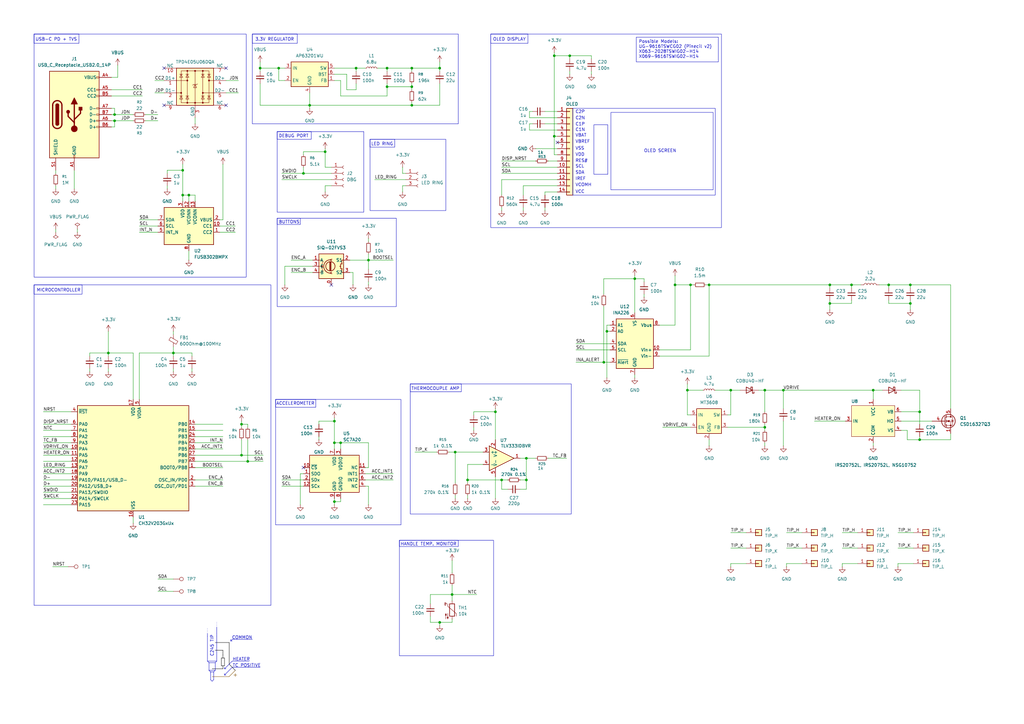
<source format=kicad_sch>
(kicad_sch
	(version 20250114)
	(generator "eeschema")
	(generator_version "9.0")
	(uuid "7095b018-eac3-4b01-b374-28e3216c4fd8")
	(paper "A3")
	
	(rectangle
		(start 113.03 163.83)
		(end 164.465 215.265)
		(stroke
			(width 0)
			(type default)
		)
		(fill
			(type none)
		)
		(uuid 25f66d05-38b5-4a17-99c1-8cad2c92cd3e)
	)
	(rectangle
		(start 13.97 13.97)
		(end 100.965 113.665)
		(stroke
			(width 0)
			(type default)
		)
		(fill
			(type none)
		)
		(uuid 34cfca7f-b72a-4261-a704-f33e6bc4b279)
	)
	(rectangle
		(start 113.03 163.83)
		(end 129.54 167.005)
		(stroke
			(width 0)
			(type default)
		)
		(fill
			(type none)
		)
		(uuid 37b1d202-d0af-4356-9cea-c5377ffdf5c6)
	)
	(rectangle
		(start 168.275 157.48)
		(end 189.23 160.655)
		(stroke
			(width 0)
			(type default)
		)
		(fill
			(type none)
		)
		(uuid 411456a7-808a-4a99-b2e7-4b00b0660778)
	)
	(rectangle
		(start 113.665 89.535)
		(end 123.19 92.075)
		(stroke
			(width 0)
			(type default)
		)
		(fill
			(type none)
		)
		(uuid 51756553-69aa-4f9f-a31a-a60fa2c78053)
	)
	(rectangle
		(start 113.665 53.975)
		(end 149.225 86.995)
		(stroke
			(width 0)
			(type default)
		)
		(fill
			(type none)
		)
		(uuid 5ccf0a54-c09c-402b-8c12-180398bcf0c0)
	)
	(rectangle
		(start 151.765 57.15)
		(end 182.88 86.36)
		(stroke
			(width 0)
			(type default)
		)
		(fill
			(type none)
		)
		(uuid 7ca7d888-0de2-4ee4-9e02-bce99f6c7310)
	)
	(rectangle
		(start 13.97 116.84)
		(end 33.655 120.65)
		(stroke
			(width 0)
			(type default)
		)
		(fill
			(type none)
		)
		(uuid 7d5ee34c-3c30-4116-b034-575f8f5cbca0)
	)
	(rectangle
		(start 113.665 89.535)
		(end 162.56 125.73)
		(stroke
			(width 0)
			(type default)
		)
		(fill
			(type none)
		)
		(uuid 9c119ec4-7162-4594-9de4-9af2e8ac3469)
	)
	(rectangle
		(start 103.505 13.97)
		(end 121.92 17.78)
		(stroke
			(width 0)
			(type default)
		)
		(fill
			(type none)
		)
		(uuid 9d5c2b83-1ad1-4eb5-9c00-115d7cfbb819)
	)
	(rectangle
		(start 168.275 157.48)
		(end 234.315 210.82)
		(stroke
			(width 0)
			(type default)
		)
		(fill
			(type none)
		)
		(uuid a57dfd79-f7b7-44cf-be58-21e0757161fa)
	)
	(rectangle
		(start 13.97 116.84)
		(end 111.125 248.285)
		(stroke
			(width 0)
			(type default)
		)
		(fill
			(type none)
		)
		(uuid a66c837f-d550-4ad5-b67a-1a34b6eaed03)
	)
	(rectangle
		(start 250.571 46.101)
		(end 292.481 77.851)
		(stroke
			(width 0)
			(type default)
		)
		(fill
			(type none)
		)
		(uuid b323df54-646c-4c42-ac5d-c702f5da28df)
	)
	(rectangle
		(start 13.97 13.97)
		(end 32.385 17.78)
		(stroke
			(width 0)
			(type default)
		)
		(fill
			(type none)
		)
		(uuid b41c86f7-a703-4da7-9c7c-3d6f2dbdab0b)
	)
	(rectangle
		(start 163.83 221.615)
		(end 187.96 224.155)
		(stroke
			(width 0)
			(type default)
		)
		(fill
			(type none)
		)
		(uuid b798fff3-5d10-4e4c-948c-461a0845de52)
	)
	(rectangle
		(start 151.765 57.15)
		(end 161.925 60.325)
		(stroke
			(width 0)
			(type default)
		)
		(fill
			(type none)
		)
		(uuid bb60d903-b4fc-4579-917b-d8b1327cda5c)
	)
	(rectangle
		(start 234.95 44.45)
		(end 293.37 80.01)
		(stroke
			(width 0)
			(type default)
		)
		(fill
			(type none)
		)
		(uuid c7ed09f4-c5b0-447c-8527-2fd1a9942fc7)
	)
	(rectangle
		(start 201.295 13.97)
		(end 295.91 93.345)
		(stroke
			(width 0)
			(type default)
		)
		(fill
			(type none)
		)
		(uuid c86b0301-7b25-4d55-b6bd-bf1af0f3ea13)
	)
	(rectangle
		(start 243.586 51.181)
		(end 249.301 71.501)
		(stroke
			(width 0)
			(type default)
		)
		(fill
			(type none)
		)
		(uuid cc173c2c-4802-4b85-8dc1-c0ed1e2586ae)
	)
	(rectangle
		(start 113.665 53.975)
		(end 127.635 57.15)
		(stroke
			(width 0)
			(type default)
		)
		(fill
			(type none)
		)
		(uuid d42d397b-7d5e-44b0-98a1-cec60f91a733)
	)
	(rectangle
		(start 103.505 13.97)
		(end 187.96 50.8)
		(stroke
			(width 0)
			(type default)
		)
		(fill
			(type none)
		)
		(uuid d5e44070-3c31-4662-9265-15546dcb33a9)
	)
	(rectangle
		(start 163.83 221.615)
		(end 202.438 268.986)
		(stroke
			(width 0)
			(type default)
		)
		(fill
			(type none)
		)
		(uuid dc78faa3-7706-462b-aff1-ea2259b8957d)
	)
	(rectangle
		(start 201.295 13.97)
		(end 216.535 17.78)
		(stroke
			(width 0)
			(type default)
		)
		(fill
			(type none)
		)
		(uuid df873f2f-b2dc-4231-b391-da9722f3ee43)
	)
	(text "COMMON"
		(exclude_from_sim no)
		(at 95.123 261.62 0)
		(effects
			(font
				(size 1.27 1.27)
			)
			(justify left)
		)
		(uuid "0da803d8-6a61-4b47-b3c4-8c42b4ebcdd7")
	)
	(text "3.3V REGULATOR"
		(exclude_from_sim no)
		(at 104.648 16.256 0)
		(effects
			(font
				(size 1.27 1.27)
			)
			(justify left)
		)
		(uuid "270c64e9-acc9-4bdf-adf9-51e85a7cfae3")
	)
	(text "C2N"
		(exclude_from_sim no)
		(at 235.966 48.514 0)
		(effects
			(font
				(size 1.27 1.27)
			)
			(justify left)
		)
		(uuid "303735e4-f194-4e97-9ddd-7741146e5965")
	)
	(text "USB-C PD + TVS"
		(exclude_from_sim no)
		(at 14.478 16.256 0)
		(effects
			(font
				(size 1.27 1.27)
			)
			(justify left)
		)
		(uuid "3b53ae36-2320-46df-8526-8d2b0e4cd267")
	)
	(text "BUTTONS"
		(exclude_from_sim no)
		(at 114.3 91.186 0)
		(effects
			(font
				(size 1.27 1.27)
			)
			(justify left)
		)
		(uuid "4ff0d853-92f6-4f02-aa33-1f252be5ef75")
	)
	(text "DEBUG PORT"
		(exclude_from_sim no)
		(at 114.3 55.88 0)
		(effects
			(font
				(size 1.27 1.27)
			)
			(justify left)
		)
		(uuid "5c2c7cad-81d2-418f-aeca-ca54c6312f8c")
	)
	(text "SCL"
		(exclude_from_sim no)
		(at 235.966 68.326 0)
		(effects
			(font
				(size 1.27 1.27)
			)
			(justify left)
		)
		(uuid "63c62cf3-4266-478a-9f68-199034fe5d8b")
	)
	(text "RES#"
		(exclude_from_sim no)
		(at 235.966 66.04 0)
		(effects
			(font
				(size 1.27 1.27)
			)
			(justify left)
		)
		(uuid "6ce3c0b9-bb73-4f4d-8996-df06398c02e3")
	)
	(text "C1P"
		(exclude_from_sim no)
		(at 235.966 51.054 0)
		(effects
			(font
				(size 1.27 1.27)
			)
			(justify left)
		)
		(uuid "6d196f00-fda4-408a-b16f-63e268646b7a")
	)
	(text "ACCELEROMETER"
		(exclude_from_sim no)
		(at 121.158 165.608 0)
		(effects
			(font
				(size 1.27 1.27)
			)
		)
		(uuid "6d3cce01-49eb-4036-848c-880563d726ff")
	)
	(text "HEATER"
		(exclude_from_sim no)
		(at 95.377 270.51 0)
		(effects
			(font
				(size 1.27 1.27)
			)
			(justify left)
		)
		(uuid "6f935533-365b-4490-a199-60d1f885e9c5")
	)
	(text "IREF"
		(exclude_from_sim no)
		(at 235.966 73.406 0)
		(effects
			(font
				(size 1.27 1.27)
			)
			(justify left)
		)
		(uuid "78269562-db7d-4f9c-9409-11de08793bfa")
	)
	(text "C1N"
		(exclude_from_sim no)
		(at 235.966 53.34 0)
		(effects
			(font
				(size 1.27 1.27)
			)
			(justify left)
		)
		(uuid "86eaf89d-7735-48bc-8adf-2c6d7e1c9267")
	)
	(text "C2P"
		(exclude_from_sim no)
		(at 235.966 45.974 0)
		(effects
			(font
				(size 1.27 1.27)
			)
			(justify left)
		)
		(uuid "88767c22-62f5-491f-8191-e622ce50d549")
	)
	(text "VDD"
		(exclude_from_sim no)
		(at 235.966 63.5 0)
		(effects
			(font
				(size 1.27 1.27)
			)
			(justify left)
		)
		(uuid "98ea20d6-f789-4c9a-9d2d-ddf9c4e55ce3")
	)
	(text "HANDLE TEMP. MONITOR"
		(exclude_from_sim no)
		(at 175.768 223.266 0)
		(effects
			(font
				(size 1.27 1.27)
			)
		)
		(uuid "9cf9be48-0da6-4698-b802-905b4321ec7e")
	)
	(text "TC POSITIVE"
		(exclude_from_sim no)
		(at 95.377 273.05 0)
		(effects
			(font
				(size 1.27 1.27)
			)
			(justify left)
		)
		(uuid "9da3b577-a0bb-4c33-9c3c-e8388ac87829")
	)
	(text "OLED SCREEN"
		(exclude_from_sim no)
		(at 270.764 61.976 0)
		(effects
			(font
				(size 1.27 1.27)
			)
		)
		(uuid "a7d4d929-dbaa-411d-a847-37e4617db2b8")
	)
	(text "VCC"
		(exclude_from_sim no)
		(at 235.966 78.74 0)
		(effects
			(font
				(size 1.27 1.27)
			)
			(justify left)
		)
		(uuid "c0b5be38-ee7a-4c62-b666-9455a24b9bdf")
	)
	(text "SDA"
		(exclude_from_sim no)
		(at 235.966 70.866 0)
		(effects
			(font
				(size 1.27 1.27)
			)
			(justify left)
		)
		(uuid "d1f23843-c159-4734-816f-e3ebdc7225d4")
	)
	(text "VBREF"
		(exclude_from_sim no)
		(at 235.966 58.166 0)
		(effects
			(font
				(size 1.27 1.27)
			)
			(justify left)
		)
		(uuid "dc92fbc2-eb7d-47ac-891e-6de1528c9506")
	)
	(text "OLED DISPLAY"
		(exclude_from_sim no)
		(at 202.184 16.256 0)
		(effects
			(font
				(size 1.27 1.27)
			)
			(justify left)
		)
		(uuid "e1182865-9cf6-484e-b369-4d8124243a24")
	)
	(text "VBAT"
		(exclude_from_sim no)
		(at 235.966 55.626 0)
		(effects
			(font
				(size 1.27 1.27)
			)
			(justify left)
		)
		(uuid "e5136794-6a5a-4728-b4d0-e47266a8ec2c")
	)
	(text "VSS"
		(exclude_from_sim no)
		(at 235.966 60.96 0)
		(effects
			(font
				(size 1.27 1.27)
			)
			(justify left)
		)
		(uuid "e5277a5c-1568-43ec-ab65-5c403a9ddad3")
	)
	(text "VCOMH"
		(exclude_from_sim no)
		(at 235.966 75.946 0)
		(effects
			(font
				(size 1.27 1.27)
			)
			(justify left)
		)
		(uuid "e677c7ab-e79d-4a1c-8a88-4a56ca5d6b79")
	)
	(text "THERMOCOUPLE AMP"
		(exclude_from_sim no)
		(at 178.562 159.512 0)
		(effects
			(font
				(size 1.27 1.27)
			)
		)
		(uuid "e865e2d4-df9a-47d7-8bc3-1d543675c813")
	)
	(text "C245 TIP"
		(exclude_from_sim no)
		(at 86.995 264.922 90)
		(effects
			(font
				(size 1.27 1.27)
			)
		)
		(uuid "ec1ed9c1-072b-4c68-8764-5736b7bc8d68")
	)
	(text "LED RING"
		(exclude_from_sim no)
		(at 156.718 59.182 0)
		(effects
			(font
				(size 1.27 1.27)
			)
		)
		(uuid "eebaafe7-13f6-4495-a884-67f3bb5c6ce1")
	)
	(text "MICROCONTROLLER"
		(exclude_from_sim no)
		(at 14.986 119.126 0)
		(effects
			(font
				(size 1.27 1.27)
			)
			(justify left)
		)
		(uuid "f4202bbd-17db-406a-9b6f-417fe43fdaab")
	)
	(text_box "Possible Models:\nUG-9616TSWCG02 (Pinecil v2)\nX063-2028TSWIG02-H14\nX069-9616TSWIG02-H14"
		(exclude_from_sim no)
		(at 260.985 15.24 0)
		(size 33.655 10.16)
		(margins 0.9525 0.9525 0.9525 0.9525)
		(stroke
			(width 0)
			(type solid)
		)
		(fill
			(type none)
		)
		(effects
			(font
				(size 1.27 1.27)
			)
			(justify left top)
		)
		(uuid "aff1d92e-7948-41af-95d4-eec0b0d11729")
	)
	(junction
		(at 340.36 116.84)
		(diameter 0)
		(color 0 0 0 0)
		(uuid "0249d269-810c-4792-bcad-62c507e2feae")
	)
	(junction
		(at 299.72 160.02)
		(diameter 0)
		(color 0 0 0 0)
		(uuid "07d79252-3cfe-49d3-a697-b5180f951c75")
	)
	(junction
		(at 146.05 27.94)
		(diameter 0)
		(color 0 0 0 0)
		(uuid "0acd8611-5527-40f7-90a3-5c60d1adc1d0")
	)
	(junction
		(at 283.21 116.84)
		(diameter 0)
		(color 0 0 0 0)
		(uuid "1ddbe419-3595-4df3-a72f-7cf030e34ac4")
	)
	(junction
		(at 99.06 173.99)
		(diameter 0)
		(color 0 0 0 0)
		(uuid "22bc19a2-e590-4ae5-87e1-2c346112c753")
	)
	(junction
		(at 377.19 180.34)
		(diameter 0)
		(color 0 0 0 0)
		(uuid "253e7a83-9b7c-4d4c-b8d1-7fbacce38609")
	)
	(junction
		(at 290.83 116.84)
		(diameter 0)
		(color 0 0 0 0)
		(uuid "344187d9-c96b-45fd-8f6c-b46a99aead8f")
	)
	(junction
		(at 101.6 189.23)
		(diameter 0)
		(color 0 0 0 0)
		(uuid "39afbb62-f4d9-47c5-b1ec-6bf8308a9b0e")
	)
	(junction
		(at 203.2 168.91)
		(diameter 0)
		(color 0 0 0 0)
		(uuid "3f9bcc33-18ad-48ec-8047-f514eddb9bd3")
	)
	(junction
		(at 358.14 160.02)
		(diameter 0)
		(color 0 0 0 0)
		(uuid "4022ea02-a839-4e77-8442-99daabad0cb4")
	)
	(junction
		(at 340.36 124.46)
		(diameter 0)
		(color 0 0 0 0)
		(uuid "43942d84-b87b-4f4a-adb8-d0b0fad21d24")
	)
	(junction
		(at 377.19 168.91)
		(diameter 0)
		(color 0 0 0 0)
		(uuid "45cd84fd-2fd0-4481-9f27-779c4e05a620")
	)
	(junction
		(at 191.77 196.85)
		(diameter 0)
		(color 0 0 0 0)
		(uuid "4793f579-9960-4fea-a983-16516b9a6a74")
	)
	(junction
		(at 281.94 160.02)
		(diameter 0)
		(color 0 0 0 0)
		(uuid "4c2788f8-2f3d-4c09-bf35-9265ddb84f5d")
	)
	(junction
		(at 158.75 27.94)
		(diameter 0)
		(color 0 0 0 0)
		(uuid "4e457d4d-37fd-4b51-a420-85ebb8dc04c5")
	)
	(junction
		(at 168.91 35.56)
		(diameter 0)
		(color 0 0 0 0)
		(uuid "57d2e74f-9c65-42d1-a47a-8230db07f92e")
	)
	(junction
		(at 137.16 181.61)
		(diameter 0)
		(color 0 0 0 0)
		(uuid "589eff9d-eed1-4df5-98d6-26b7c768b426")
	)
	(junction
		(at 180.34 255.27)
		(diameter 0)
		(color 0 0 0 0)
		(uuid "5d928225-5b9c-48d4-87e3-c9458e645c2a")
	)
	(junction
		(at 46.99 49.53)
		(diameter 0)
		(color 0 0 0 0)
		(uuid "5e8d1cf7-167e-4030-9f28-7c115ea5395b")
	)
	(junction
		(at 227.33 55.88)
		(diameter 0)
		(color 0 0 0 0)
		(uuid "5fbb3de9-86ee-49ad-a284-eb55f1cc692a")
	)
	(junction
		(at 168.91 43.18)
		(diameter 0)
		(color 0 0 0 0)
		(uuid "660d2309-d1aa-4d86-b95c-854e50c0a293")
	)
	(junction
		(at 168.91 27.94)
		(diameter 0)
		(color 0 0 0 0)
		(uuid "691dc945-779c-4911-8f56-5300f4d58275")
	)
	(junction
		(at 233.68 22.86)
		(diameter 0)
		(color 0 0 0 0)
		(uuid "73b54f8a-8892-4f5c-ad2f-0a2e6cc384c3")
	)
	(junction
		(at 205.74 196.85)
		(diameter 0)
		(color 0 0 0 0)
		(uuid "77d052f3-f174-4ac4-b7f3-74fd8cd4f0e2")
	)
	(junction
		(at 260.35 114.3)
		(diameter 0)
		(color 0 0 0 0)
		(uuid "7d3edf29-0a34-493b-a403-4e5e153d29fc")
	)
	(junction
		(at 313.69 160.02)
		(diameter 0)
		(color 0 0 0 0)
		(uuid "81928cab-d290-47f7-99c7-9c8f417d4c4e")
	)
	(junction
		(at 137.16 172.72)
		(diameter 0)
		(color 0 0 0 0)
		(uuid "84b1d133-5555-4f34-9259-4c4a00397909")
	)
	(junction
		(at 158.75 35.56)
		(diameter 0)
		(color 0 0 0 0)
		(uuid "85eb43cd-2fb7-4c1a-b0ce-7e338a2da686")
	)
	(junction
		(at 215.9 196.85)
		(diameter 0)
		(color 0 0 0 0)
		(uuid "879d8513-8c12-4c71-805b-cfd0566ce6a8")
	)
	(junction
		(at 248.92 135.89)
		(diameter 0)
		(color 0 0 0 0)
		(uuid "87bdbf96-3d48-4981-b994-dfde82d815de")
	)
	(junction
		(at 276.86 116.84)
		(diameter 0)
		(color 0 0 0 0)
		(uuid "8921e9ca-0ecf-4755-b5c2-d0084cccd6cf")
	)
	(junction
		(at 99.06 186.69)
		(diameter 0)
		(color 0 0 0 0)
		(uuid "8f91cdd6-9b8f-41e7-aba5-783e4c94f1c2")
	)
	(junction
		(at 349.25 116.84)
		(diameter 0)
		(color 0 0 0 0)
		(uuid "924a9453-b138-4112-9cf9-cdd7d6fd271f")
	)
	(junction
		(at 227.33 22.86)
		(diameter 0)
		(color 0 0 0 0)
		(uuid "9531702c-c6a6-4297-8a10-64a5c6fc90b3")
	)
	(junction
		(at 373.38 124.46)
		(diameter 0)
		(color 0 0 0 0)
		(uuid "9ce0d5f7-a196-42ba-865b-78bc41279af1")
	)
	(junction
		(at 44.45 144.78)
		(diameter 0)
		(color 0 0 0 0)
		(uuid "9fa2ea7a-f50f-4f59-8f6e-1d8cc4b4f22f")
	)
	(junction
		(at 74.93 80.01)
		(diameter 0)
		(color 0 0 0 0)
		(uuid "a102cd63-af1a-49b4-9201-df06578d4c1f")
	)
	(junction
		(at 186.69 185.42)
		(diameter 0)
		(color 0 0 0 0)
		(uuid "abfdf2ca-6d75-42e4-bc8a-926f6a715c4d")
	)
	(junction
		(at 215.9 187.96)
		(diameter 0)
		(color 0 0 0 0)
		(uuid "aff6f7cf-f995-4965-9b70-2f6e1afd3257")
	)
	(junction
		(at 185.42 243.84)
		(diameter 0)
		(color 0 0 0 0)
		(uuid "c4f19431-f823-4a18-902b-e25529b1c304")
	)
	(junction
		(at 71.12 144.78)
		(diameter 0)
		(color 0 0 0 0)
		(uuid "cbafbc4a-ea32-4bc2-8303-c740f3149d9b")
	)
	(junction
		(at 151.13 106.68)
		(diameter 0)
		(color 0 0 0 0)
		(uuid "cbfb9910-a9c3-4d1d-beaf-ad4934f7e32e")
	)
	(junction
		(at 313.69 175.26)
		(diameter 0)
		(color 0 0 0 0)
		(uuid "cc109a5d-bdf8-421c-800f-f4fb1ea8fcea")
	)
	(junction
		(at 127 43.18)
		(diameter 0)
		(color 0 0 0 0)
		(uuid "d049456d-20ee-4308-a384-c295c5fb64a1")
	)
	(junction
		(at 77.47 80.01)
		(diameter 0)
		(color 0 0 0 0)
		(uuid "d075905e-0ee9-4e4e-bc8b-46248e59d6b7")
	)
	(junction
		(at 137.16 205.74)
		(diameter 0)
		(color 0 0 0 0)
		(uuid "d3c0ec6c-e13a-496a-ad1c-ba60afc46b96")
	)
	(junction
		(at 46.99 46.99)
		(diameter 0)
		(color 0 0 0 0)
		(uuid "d3cb3929-1383-43bf-9aa0-8d6179547879")
	)
	(junction
		(at 364.49 116.84)
		(diameter 0)
		(color 0 0 0 0)
		(uuid "d6376345-e63e-469e-b947-b621d80200ca")
	)
	(junction
		(at 373.38 116.84)
		(diameter 0)
		(color 0 0 0 0)
		(uuid "d9505c24-ab59-4a1d-8ead-8359d37f8315")
	)
	(junction
		(at 74.93 69.85)
		(diameter 0)
		(color 0 0 0 0)
		(uuid "dced1970-c9d1-4fca-aa68-57578fbeec87")
	)
	(junction
		(at 133.35 62.23)
		(diameter 0)
		(color 0 0 0 0)
		(uuid "dd645f38-5944-4257-9764-2d12bcf783d9")
	)
	(junction
		(at 124.46 71.12)
		(diameter 0)
		(color 0 0 0 0)
		(uuid "e0c9883b-d031-4a61-9fde-76739f501e2c")
	)
	(junction
		(at 321.31 160.02)
		(diameter 0)
		(color 0 0 0 0)
		(uuid "e5115188-7348-4d7f-9464-18609567d3fc")
	)
	(junction
		(at 114.3 27.94)
		(diameter 0)
		(color 0 0 0 0)
		(uuid "e80bc681-7695-43f3-a2bd-d411c7e86409")
	)
	(junction
		(at 139.7 181.61)
		(diameter 0)
		(color 0 0 0 0)
		(uuid "ea9ea449-1699-40d7-8a1c-89a1d2111f96")
	)
	(junction
		(at 180.34 27.94)
		(diameter 0)
		(color 0 0 0 0)
		(uuid "efddc068-f25b-4568-b3c6-1c6aa0f4c97e")
	)
	(junction
		(at 106.68 27.94)
		(diameter 0)
		(color 0 0 0 0)
		(uuid "f1df4cab-d95d-4e21-b204-cc5686c3ccd2")
	)
	(junction
		(at 247.65 148.59)
		(diameter 0)
		(color 0 0 0 0)
		(uuid "f7b295b6-cf9f-4869-a52e-c95688582c78")
	)
	(no_connect
		(at 92.71 43.18)
		(uuid "46b4ccbc-24ab-4899-8505-9a1bc9336197")
	)
	(no_connect
		(at 67.31 27.94)
		(uuid "613b3790-5218-413f-a343-e26aa4ea4b95")
	)
	(no_connect
		(at 228.6 58.42)
		(uuid "8d801d13-32fe-4e34-8cc5-b8a86a497023")
	)
	(no_connect
		(at 124.46 191.77)
		(uuid "bb17c601-45a1-4eb6-aaaf-eada3efdd523")
	)
	(no_connect
		(at 67.31 43.18)
		(uuid "c9b41e3a-80a4-4410-be4c-91975e86700a")
	)
	(no_connect
		(at 135.89 116.84)
		(uuid "d8cbb7b8-f348-43ed-b12a-7c884625729d")
	)
	(no_connect
		(at 92.71 27.94)
		(uuid "e9fc4535-1911-4390-b5e2-c282d53c9319")
	)
	(wire
		(pts
			(xy 99.06 186.69) (xy 107.95 186.69)
		)
		(stroke
			(width 0)
			(type default)
		)
		(uuid "00dc7f33-0b4e-4099-8479-24293b9aabac")
	)
	(wire
		(pts
			(xy 149.86 196.85) (xy 161.29 196.85)
		)
		(stroke
			(width 0)
			(type default)
		)
		(uuid "0156bf95-e162-433c-99c7-904c2f68448d")
	)
	(wire
		(pts
			(xy 306.07 231.14) (xy 299.72 231.14)
		)
		(stroke
			(width 0)
			(type default)
		)
		(uuid "01731df4-405d-4159-8024-ddbfe44e4824")
	)
	(wire
		(pts
			(xy 180.34 25.4) (xy 180.34 27.94)
		)
		(stroke
			(width 0)
			(type default)
		)
		(uuid "0280334b-627a-4233-a676-012a207d9298")
	)
	(wire
		(pts
			(xy 123.19 194.31) (xy 124.46 194.31)
		)
		(stroke
			(width 0)
			(type default)
		)
		(uuid "03f9526b-c252-4cea-a8ec-81306ff6df76")
	)
	(wire
		(pts
			(xy 260.35 153.67) (xy 260.35 154.94)
		)
		(stroke
			(width 0)
			(type default)
		)
		(uuid "045736e4-e075-41e5-b1c9-53ded6fc813c")
	)
	(wire
		(pts
			(xy 63.5 38.1) (xy 67.31 38.1)
		)
		(stroke
			(width 0)
			(type default)
		)
		(uuid "057a48eb-9b1d-42a5-bf44-6985b9321748")
	)
	(polyline
		(pts
			(xy 94.615 262.89) (xy 95.25 262.89)
		)
		(stroke
			(width 0)
			(type default)
		)
		(uuid "061e75a6-db12-4875-bb49-acc7a02aa4eb")
	)
	(wire
		(pts
			(xy 227.33 55.88) (xy 228.6 55.88)
		)
		(stroke
			(width 0)
			(type default)
		)
		(uuid "06a39b25-e5c0-48bf-8f66-6ff9e46efda7")
	)
	(polyline
		(pts
			(xy 93.98 263.525) (xy 93.98 272.415)
		)
		(stroke
			(width 0)
			(type solid)
			(color 0 0 0 1)
		)
		(uuid "076917fa-25ee-47d3-b2b0-165b02f01f24")
	)
	(wire
		(pts
			(xy 68.58 69.85) (xy 74.93 69.85)
		)
		(stroke
			(width 0)
			(type default)
		)
		(uuid "088c7699-190e-4234-9815-fffe11d5ef7a")
	)
	(wire
		(pts
			(xy 299.72 160.02) (xy 299.72 170.18)
		)
		(stroke
			(width 0)
			(type default)
		)
		(uuid "08ca60c2-d79a-4019-861d-7c88280594b9")
	)
	(wire
		(pts
			(xy 68.58 76.2) (xy 68.58 77.47)
		)
		(stroke
			(width 0)
			(type default)
		)
		(uuid "090443bb-96fb-4f06-ac72-191a7f6e15f4")
	)
	(wire
		(pts
			(xy 96.52 95.25) (xy 90.17 95.25)
		)
		(stroke
			(width 0)
			(type default)
		)
		(uuid "091df10a-a778-479d-8cbf-324751cb3cc5")
	)
	(wire
		(pts
			(xy 115.57 199.39) (xy 124.46 199.39)
		)
		(stroke
			(width 0)
			(type default)
		)
		(uuid "093a4bfc-aabd-4586-948a-1580d9afeffa")
	)
	(wire
		(pts
			(xy 45.72 36.83) (xy 58.42 36.83)
		)
		(stroke
			(width 0)
			(type default)
		)
		(uuid "098337dc-d67f-4f92-9e59-aa0530495823")
	)
	(wire
		(pts
			(xy 369.57 168.91) (xy 377.19 168.91)
		)
		(stroke
			(width 0)
			(type default)
		)
		(uuid "0991fc57-c77d-4d8b-a7f5-93559a71531e")
	)
	(wire
		(pts
			(xy 368.3 218.44) (xy 374.65 218.44)
		)
		(stroke
			(width 0)
			(type default)
		)
		(uuid "0b3b1be4-2c7f-47f2-886c-9ff27992e090")
	)
	(wire
		(pts
			(xy 283.21 170.18) (xy 281.94 170.18)
		)
		(stroke
			(width 0)
			(type default)
		)
		(uuid "0bdd0dd3-1438-4145-a164-7482936ecc91")
	)
	(wire
		(pts
			(xy 358.14 181.61) (xy 358.14 182.88)
		)
		(stroke
			(width 0)
			(type default)
		)
		(uuid "0c9fa1d8-a413-4dad-b1e6-53724d6877dc")
	)
	(wire
		(pts
			(xy 80.01 184.15) (xy 91.44 184.15)
		)
		(stroke
			(width 0)
			(type default)
		)
		(uuid "0d0fb7d8-cf76-4ea3-b43e-0043f449d33e")
	)
	(wire
		(pts
			(xy 377.19 179.07) (xy 377.19 180.34)
		)
		(stroke
			(width 0)
			(type default)
		)
		(uuid "0d1d8e67-44be-4e93-8637-8b77df712344")
	)
	(wire
		(pts
			(xy 106.68 34.29) (xy 106.68 43.18)
		)
		(stroke
			(width 0)
			(type default)
		)
		(uuid "0d1da041-1604-484f-8588-64418e6780df")
	)
	(wire
		(pts
			(xy 281.94 157.48) (xy 281.94 160.02)
		)
		(stroke
			(width 0)
			(type default)
		)
		(uuid "0d6f32d5-98ad-41ed-b781-51035ba32ce2")
	)
	(polyline
		(pts
			(xy 99.695 273.685) (xy 106.68 273.685)
		)
		(stroke
			(width 0)
			(type default)
		)
		(uuid "0efdd063-1445-49ad-b269-05e1548bd623")
	)
	(wire
		(pts
			(xy 369.57 160.02) (xy 377.19 160.02)
		)
		(stroke
			(width 0)
			(type default)
		)
		(uuid "0f2a8a4d-3e10-44bf-9ebb-4b69f6c43acb")
	)
	(wire
		(pts
			(xy 176.53 243.84) (xy 185.42 243.84)
		)
		(stroke
			(width 0)
			(type default)
		)
		(uuid "0f8627da-dc1e-4504-acfc-120e3647c5b5")
	)
	(wire
		(pts
			(xy 17.78 191.77) (xy 29.21 191.77)
		)
		(stroke
			(width 0)
			(type default)
		)
		(uuid "0f968ad1-38fa-43f3-a9ca-eaab57060db2")
	)
	(wire
		(pts
			(xy 214.63 85.09) (xy 214.63 86.36)
		)
		(stroke
			(width 0)
			(type default)
		)
		(uuid "0fdf5b0f-14a7-4ff5-aee8-91dcf3e80430")
	)
	(wire
		(pts
			(xy 168.91 35.56) (xy 158.75 35.56)
		)
		(stroke
			(width 0)
			(type default)
		)
		(uuid "1190a964-f3bd-43e5-a242-6444d80cf4b2")
	)
	(polyline
		(pts
			(xy 86.995 277.495) (xy 93.98 277.495)
		)
		(stroke
			(width 0)
			(type solid)
			(color 128 77 0 1)
		)
		(uuid "11cf35b8-cd1b-4b18-8246-50d401672c42")
	)
	(wire
		(pts
			(xy 321.31 167.64) (xy 321.31 160.02)
		)
		(stroke
			(width 0)
			(type default)
		)
		(uuid "1213dcc9-1528-4b78-b712-6cdbea454856")
	)
	(wire
		(pts
			(xy 191.77 196.85) (xy 191.77 190.5)
		)
		(stroke
			(width 0)
			(type default)
		)
		(uuid "12f02fb2-28a7-4766-ae13-424545151178")
	)
	(wire
		(pts
			(xy 137.16 181.61) (xy 137.16 184.15)
		)
		(stroke
			(width 0)
			(type default)
		)
		(uuid "135c080a-b87a-42f2-bd23-e8f54c5ee6c7")
	)
	(wire
		(pts
			(xy 165.1 78.74) (xy 165.1 76.2)
		)
		(stroke
			(width 0)
			(type default)
		)
		(uuid "13a8fbae-4055-4538-a775-7561035458e6")
	)
	(wire
		(pts
			(xy 191.77 196.85) (xy 205.74 196.85)
		)
		(stroke
			(width 0)
			(type default)
		)
		(uuid "13e7537a-edd6-43d5-8bb0-f6eb3d491016")
	)
	(wire
		(pts
			(xy 215.9 196.85) (xy 215.9 187.96)
		)
		(stroke
			(width 0)
			(type default)
		)
		(uuid "1427c6b1-5293-499b-9663-f54121cc8ca4")
	)
	(wire
		(pts
			(xy 48.26 31.75) (xy 48.26 26.67)
		)
		(stroke
			(width 0)
			(type default)
		)
		(uuid "14b83c6b-fa77-4ec1-b020-d89f490dd1db")
	)
	(wire
		(pts
			(xy 373.38 116.84) (xy 373.38 118.11)
		)
		(stroke
			(width 0)
			(type default)
		)
		(uuid "154f7824-5e3a-4df6-a265-e8ad4cf18628")
	)
	(wire
		(pts
			(xy 119.38 106.68) (xy 128.27 106.68)
		)
		(stroke
			(width 0)
			(type default)
		)
		(uuid "15d75b7e-53c1-4b3b-bead-3e9845084cb1")
	)
	(wire
		(pts
			(xy 203.2 167.64) (xy 203.2 168.91)
		)
		(stroke
			(width 0)
			(type default)
		)
		(uuid "16a235b6-6479-41c3-934b-5990cd87fafe")
	)
	(wire
		(pts
			(xy 227.33 55.88) (xy 227.33 63.5)
		)
		(stroke
			(width 0)
			(type default)
		)
		(uuid "16a6ad92-1a6b-4d2b-93f1-5652f5947dbb")
	)
	(wire
		(pts
			(xy 168.91 29.21) (xy 168.91 27.94)
		)
		(stroke
			(width 0)
			(type default)
		)
		(uuid "16beecb1-a5ab-433f-9aa9-d5c8af0be23d")
	)
	(polyline
		(pts
			(xy 95.885 276.86) (xy 97.155 276.86)
		)
		(stroke
			(width 0)
			(type solid)
			(color 128 77 0 1)
		)
		(uuid "17532791-aaa0-48e6-a3d3-84b5cfe2ffdf")
	)
	(wire
		(pts
			(xy 45.72 52.07) (xy 46.99 52.07)
		)
		(stroke
			(width 0)
			(type default)
		)
		(uuid "18438b3a-827e-4972-b4d2-e39627126fd2")
	)
	(wire
		(pts
			(xy 17.78 186.69) (xy 29.21 186.69)
		)
		(stroke
			(width 0)
			(type default)
		)
		(uuid "185cc638-609c-4acf-9a83-434d47f9bece")
	)
	(wire
		(pts
			(xy 322.58 218.44) (xy 328.93 218.44)
		)
		(stroke
			(width 0)
			(type default)
		)
		(uuid "186284b8-bd67-4889-90c2-387a38831a45")
	)
	(wire
		(pts
			(xy 321.31 160.02) (xy 313.69 160.02)
		)
		(stroke
			(width 0)
			(type default)
		)
		(uuid "18853170-98c0-4142-a886-9b88272679cd")
	)
	(wire
		(pts
			(xy 281.94 170.18) (xy 281.94 160.02)
		)
		(stroke
			(width 0)
			(type default)
		)
		(uuid "19c2bb4e-b6a2-428b-b46d-e50a0b5d9ad9")
	)
	(wire
		(pts
			(xy 17.78 201.93) (xy 29.21 201.93)
		)
		(stroke
			(width 0)
			(type default)
		)
		(uuid "1a675778-1e38-4114-a392-a674b2dc8fa9")
	)
	(wire
		(pts
			(xy 290.83 116.84) (xy 290.83 146.05)
		)
		(stroke
			(width 0)
			(type default)
		)
		(uuid "1a894749-5980-44f8-be8f-1f0ca672c7df")
	)
	(wire
		(pts
			(xy 71.12 135.89) (xy 71.12 137.16)
		)
		(stroke
			(width 0)
			(type default)
		)
		(uuid "1ae0b9e3-10e0-4c50-8291-792664f6f6ce")
	)
	(wire
		(pts
			(xy 377.19 180.34) (xy 389.89 180.34)
		)
		(stroke
			(width 0)
			(type default)
		)
		(uuid "1b77d230-b149-4ebc-9500-892f807d9feb")
	)
	(wire
		(pts
			(xy 176.53 255.27) (xy 176.53 252.73)
		)
		(stroke
			(width 0)
			(type default)
		)
		(uuid "1b9cd177-a46a-4a5a-81a3-e55bb87811dd")
	)
	(wire
		(pts
			(xy 101.6 175.26) (xy 101.6 173.99)
		)
		(stroke
			(width 0)
			(type default)
		)
		(uuid "1beeb275-c1cd-4b8f-a12a-830eb9c2286d")
	)
	(wire
		(pts
			(xy 80.01 199.39) (xy 91.44 199.39)
		)
		(stroke
			(width 0)
			(type default)
		)
		(uuid "1c31a3a0-71be-4869-aecb-fe7720f70370")
	)
	(polyline
		(pts
			(xy 91.44 268.605) (xy 91.44 269.875)
		)
		(stroke
			(width 0)
			(type solid)
			(color 0 0 0 1)
		)
		(uuid "1cb32bb3-76dc-4823-be3a-ee1c82fb9d6e")
	)
	(wire
		(pts
			(xy 345.44 231.14) (xy 351.79 231.14)
		)
		(stroke
			(width 0)
			(type default)
		)
		(uuid "1cf9f715-8924-4551-8321-2cb14bcb7a4b")
	)
	(wire
		(pts
			(xy 168.91 43.18) (xy 127 43.18)
		)
		(stroke
			(width 0)
			(type default)
		)
		(uuid "1efe1ac7-40f4-4f17-9d42-17e1c9f0de6b")
	)
	(polyline
		(pts
			(xy 94.615 262.89) (xy 95.25 262.255)
		)
		(stroke
			(width 0)
			(type default)
		)
		(uuid "1fc62f63-6cba-4ff0-930d-1f292e0bfa84")
	)
	(wire
		(pts
			(xy 80.01 181.61) (xy 91.44 181.61)
		)
		(stroke
			(width 0)
			(type default)
		)
		(uuid "1fd72b09-6ab8-4dc4-8f0b-ca67c9a74253")
	)
	(wire
		(pts
			(xy 68.58 71.12) (xy 68.58 69.85)
		)
		(stroke
			(width 0)
			(type default)
		)
		(uuid "202b5c7b-0b11-4522-bc46-256551c46d63")
	)
	(wire
		(pts
			(xy 116.84 27.94) (xy 114.3 27.94)
		)
		(stroke
			(width 0)
			(type default)
		)
		(uuid "202f5003-0a48-4fcb-962b-eb5d0b2eea8c")
	)
	(polyline
		(pts
			(xy 85.09 271.145) (xy 88.9 271.145)
		)
		(stroke
			(width 0)
			(type default)
		)
		(uuid "20c289f8-34a5-48ed-8d32-b4b9e5521011")
	)
	(wire
		(pts
			(xy 77.47 102.87) (xy 77.47 106.68)
		)
		(stroke
			(width 0)
			(type default)
		)
		(uuid "21a2f101-e4da-4991-a949-92df212cf85b")
	)
	(polyline
		(pts
			(xy 95.25 262.255) (xy 103.505 262.255)
		)
		(stroke
			(width 0)
			(type default)
		)
		(uuid "225ad2a0-3f91-4b41-b14c-33002ef325b8")
	)
	(wire
		(pts
			(xy 180.34 43.18) (xy 168.91 43.18)
		)
		(stroke
			(width 0)
			(type default)
		)
		(uuid "228d2b28-0e5e-4a0f-9a64-60ca034456d5")
	)
	(wire
		(pts
			(xy 22.86 69.85) (xy 22.86 71.12)
		)
		(stroke
			(width 0)
			(type default)
		)
		(uuid "22ceb097-bc74-4764-aecd-0b980944d711")
	)
	(wire
		(pts
			(xy 299.72 224.79) (xy 306.07 224.79)
		)
		(stroke
			(width 0)
			(type default)
		)
		(uuid "234d1ba8-847a-498b-b1ae-e4eb0f0e2c2e")
	)
	(polyline
		(pts
			(xy 93.98 277.495) (xy 96.52 274.955)
		)
		(stroke
			(width 0)
			(type solid)
			(color 128 77 0 1)
		)
		(uuid "23b27315-c748-4e5f-bfe8-f12b825cfb87")
	)
	(wire
		(pts
			(xy 168.91 34.29) (xy 168.91 35.56)
		)
		(stroke
			(width 0)
			(type default)
		)
		(uuid "24d5a81f-7436-4451-bff0-11fbe42d2c28")
	)
	(wire
		(pts
			(xy 368.3 231.14) (xy 374.65 231.14)
		)
		(stroke
			(width 0)
			(type default)
		)
		(uuid "2616a777-c896-4d19-9dd1-44f1b40faa16")
	)
	(wire
		(pts
			(xy 340.36 123.19) (xy 340.36 124.46)
		)
		(stroke
			(width 0)
			(type default)
		)
		(uuid "262148e9-abf9-4df4-8abe-6bc1166237b2")
	)
	(wire
		(pts
			(xy 345.44 224.79) (xy 351.79 224.79)
		)
		(stroke
			(width 0)
			(type default)
		)
		(uuid "28258bd8-18c4-469b-be71-ef9ab42f0cf4")
	)
	(wire
		(pts
			(xy 208.28 200.66) (xy 205.74 200.66)
		)
		(stroke
			(width 0)
			(type default)
		)
		(uuid "28f9a714-ce47-4a87-9eba-39a2e1e51e21")
	)
	(wire
		(pts
			(xy 158.75 39.37) (xy 139.7 39.37)
		)
		(stroke
			(width 0)
			(type default)
		)
		(uuid "296133f5-2a32-47e9-994c-67f3c4c032fa")
	)
	(wire
		(pts
			(xy 46.99 44.45) (xy 46.99 46.99)
		)
		(stroke
			(width 0)
			(type default)
		)
		(uuid "2b6c7f04-a093-4524-90eb-496f9f787527")
	)
	(wire
		(pts
			(xy 205.74 73.66) (xy 205.74 80.01)
		)
		(stroke
			(width 0)
			(type default)
		)
		(uuid "2c6750b6-74c7-4d32-8f14-8af4353a5366")
	)
	(wire
		(pts
			(xy 127 43.18) (xy 127 44.45)
		)
		(stroke
			(width 0)
			(type default)
		)
		(uuid "2caf9a90-c3fc-4061-b393-2a0dec203c07")
	)
	(wire
		(pts
			(xy 270.51 146.05) (xy 290.83 146.05)
		)
		(stroke
			(width 0)
			(type default)
		)
		(uuid "2d33e4d5-c7ce-4694-ab29-5a6f11a02904")
	)
	(wire
		(pts
			(xy 45.72 31.75) (xy 48.26 31.75)
		)
		(stroke
			(width 0)
			(type default)
		)
		(uuid "2f68ac55-2ae3-4fdc-bcfb-21f448f1abfc")
	)
	(wire
		(pts
			(xy 185.42 243.84) (xy 195.58 243.84)
		)
		(stroke
			(width 0)
			(type default)
		)
		(uuid "2f7c8f4f-5718-4ee6-b598-55a2c858af33")
	)
	(wire
		(pts
			(xy 17.78 194.31) (xy 29.21 194.31)
		)
		(stroke
			(width 0)
			(type default)
		)
		(uuid "2fdf26ff-e34d-47ed-b024-4ecb4d28caf6")
	)
	(wire
		(pts
			(xy 137.16 171.45) (xy 137.16 172.72)
		)
		(stroke
			(width 0)
			(type default)
		)
		(uuid "2ff8f590-a0dd-4986-b523-e06c9b3827a0")
	)
	(wire
		(pts
			(xy 321.31 160.02) (xy 358.14 160.02)
		)
		(stroke
			(width 0)
			(type default)
		)
		(uuid "30582172-f069-4a5c-98a5-78a219f57280")
	)
	(polyline
		(pts
			(xy 85.09 257.81) (xy 85.09 259.715)
		)
		(stroke
			(width 0)
			(type dot)
		)
		(uuid "30942881-eef2-4f32-b0ca-a19e1cdb685d")
	)
	(wire
		(pts
			(xy 133.35 68.58) (xy 133.35 62.23)
		)
		(stroke
			(width 0)
			(type default)
		)
		(uuid "3096bc9d-6be7-44be-98b5-33a16aea1377")
	)
	(wire
		(pts
			(xy 146.05 36.83) (xy 142.24 36.83)
		)
		(stroke
			(width 0)
			(type default)
		)
		(uuid "326fcbeb-6568-414a-bae2-3482d5ca26c6")
	)
	(wire
		(pts
			(xy 99.06 180.34) (xy 99.06 186.69)
		)
		(stroke
			(width 0)
			(type default)
		)
		(uuid "3355cf20-4f86-473a-8cad-ce6847f6a0c1")
	)
	(wire
		(pts
			(xy 311.15 160.02) (xy 313.69 160.02)
		)
		(stroke
			(width 0)
			(type default)
		)
		(uuid "33fe9200-0def-4577-bcb2-84f0425cf81a")
	)
	(wire
		(pts
			(xy 130.81 173.99) (xy 130.81 172.72)
		)
		(stroke
			(width 0)
			(type default)
		)
		(uuid "34170387-03a3-4d7d-9f6a-9db512b2f47f")
	)
	(wire
		(pts
			(xy 124.46 68.58) (xy 124.46 71.12)
		)
		(stroke
			(width 0)
			(type default)
		)
		(uuid "3489d8e5-ab2a-461f-baae-51519db62919")
	)
	(wire
		(pts
			(xy 114.3 27.94) (xy 106.68 27.94)
		)
		(stroke
			(width 0)
			(type default)
		)
		(uuid "35fc1e6c-2319-48d6-b1ef-3f4c892dc210")
	)
	(wire
		(pts
			(xy 106.68 27.94) (xy 106.68 29.21)
		)
		(stroke
			(width 0)
			(type default)
		)
		(uuid "3855a61f-666e-4706-aff6-2793b5d48fb3")
	)
	(wire
		(pts
			(xy 80.01 48.26) (xy 80.01 50.8)
		)
		(stroke
			(width 0)
			(type default)
		)
		(uuid "3884bd08-970a-4525-a7ae-3d118eacfc46")
	)
	(polyline
		(pts
			(xy 86.995 279.4) (xy 86.36 278.765)
		)
		(stroke
			(width 0)
			(type default)
		)
		(uuid "39a12aa5-75fa-4b65-96a9-f0b6425df50e")
	)
	(wire
		(pts
			(xy 248.92 133.35) (xy 248.92 135.89)
		)
		(stroke
			(width 0)
			(type default)
		)
		(uuid "3a0409a1-4779-4106-95b5-a92b7a15922b")
	)
	(wire
		(pts
			(xy 373.38 124.46) (xy 373.38 127)
		)
		(stroke
			(width 0)
			(type default)
		)
		(uuid "3a2f0939-ff0c-439a-a3d0-aa91e8aa0534")
	)
	(wire
		(pts
			(xy 80.01 189.23) (xy 101.6 189.23)
		)
		(stroke
			(width 0)
			(type default)
		)
		(uuid "3b2755e3-1aad-493d-a2e7-3f4591a11d7c")
	)
	(wire
		(pts
			(xy 64.77 242.57) (xy 71.12 242.57)
		)
		(stroke
			(width 0)
			(type default)
		)
		(uuid "3bd21cd8-27e7-4425-90d9-0c1fa6bca675")
	)
	(wire
		(pts
			(xy 180.34 29.21) (xy 180.34 27.94)
		)
		(stroke
			(width 0)
			(type default)
		)
		(uuid "3be291d1-3abb-48c6-8d25-0c043a9fcb68")
	)
	(wire
		(pts
			(xy 228.6 53.34) (xy 217.17 53.34)
		)
		(stroke
			(width 0)
			(type default)
		)
		(uuid "3cc74a2e-0fe8-421a-b5ee-daa8e8b3a712")
	)
	(wire
		(pts
			(xy 101.6 180.34) (xy 101.6 189.23)
		)
		(stroke
			(width 0)
			(type default)
		)
		(uuid "3d66e467-5e98-4d44-9cd7-d42b374333f2")
	)
	(wire
		(pts
			(xy 149.86 194.31) (xy 161.29 194.31)
		)
		(stroke
			(width 0)
			(type default)
		)
		(uuid "3dfd848b-4804-469d-ba55-8f1198f28669")
	)
	(wire
		(pts
			(xy 80.01 82.55) (xy 80.01 80.01)
		)
		(stroke
			(width 0)
			(type default)
		)
		(uuid "3e4e7e11-8ad6-4786-a34f-fff983e1eca2")
	)
	(wire
		(pts
			(xy 124.46 63.5) (xy 124.46 62.23)
		)
		(stroke
			(width 0)
			(type default)
		)
		(uuid "3e76c288-adb1-4feb-9b70-bff9966bc496")
	)
	(wire
		(pts
			(xy 224.79 66.04) (xy 228.6 66.04)
		)
		(stroke
			(width 0)
			(type default)
		)
		(uuid "3e7e3e9e-2270-4d22-887c-ad05a3264519")
	)
	(wire
		(pts
			(xy 340.36 116.84) (xy 349.25 116.84)
		)
		(stroke
			(width 0)
			(type default)
		)
		(uuid "3ecf81df-9e81-47a2-bb7f-3e3b31d22ef4")
	)
	(polyline
		(pts
			(xy 88.265 271.78) (xy 88.9 271.145)
		)
		(stroke
			(width 0)
			(type default)
		)
		(uuid "3f1ed005-b0c4-40ad-9197-7ee26953d7dd")
	)
	(wire
		(pts
			(xy 59.69 49.53) (xy 64.77 49.53)
		)
		(stroke
			(width 0)
			(type default)
		)
		(uuid "3fb95421-59f4-497f-8b94-8962c1179ed1")
	)
	(wire
		(pts
			(xy 21.59 232.41) (xy 27.94 232.41)
		)
		(stroke
			(width 0)
			(type default)
		)
		(uuid "3fcfaa5f-7c10-451a-9356-b0f126700f56")
	)
	(polyline
		(pts
			(xy 86.36 275.59) (xy 87.63 275.59)
		)
		(stroke
			(width 0)
			(type default)
		)
		(uuid "408fde12-3570-41a6-a6b3-a9a07b0b2765")
	)
	(wire
		(pts
			(xy 36.83 144.78) (xy 44.45 144.78)
		)
		(stroke
			(width 0)
			(type default)
		)
		(uuid "40920f53-5818-408c-bc37-08872dc5c2db")
	)
	(wire
		(pts
			(xy 151.13 199.39) (xy 151.13 207.01)
		)
		(stroke
			(width 0)
			(type default)
		)
		(uuid "40b028e4-52bf-4d41-b4ef-331b7c9a978e")
	)
	(wire
		(pts
			(xy 77.47 82.55) (xy 77.47 80.01)
		)
		(stroke
			(width 0)
			(type default)
		)
		(uuid "423877f7-3964-4207-bf01-049fd7af0054")
	)
	(wire
		(pts
			(xy 17.78 196.85) (xy 29.21 196.85)
		)
		(stroke
			(width 0)
			(type default)
		)
		(uuid "42f132ab-3d88-4d94-a4be-5fc595d1db7a")
	)
	(wire
		(pts
			(xy 149.86 199.39) (xy 151.13 199.39)
		)
		(stroke
			(width 0)
			(type default)
		)
		(uuid "435771e7-7406-4d64-854d-386effbd573f")
	)
	(wire
		(pts
			(xy 45.72 39.37) (xy 58.42 39.37)
		)
		(stroke
			(width 0)
			(type default)
		)
		(uuid "44f9df40-5b32-48e7-b548-a32438cf0dfd")
	)
	(wire
		(pts
			(xy 106.68 43.18) (xy 127 43.18)
		)
		(stroke
			(width 0)
			(type default)
		)
		(uuid "4565d69f-09cb-47a5-b4c9-ecffd44c036a")
	)
	(wire
		(pts
			(xy 80.01 176.53) (xy 91.44 176.53)
		)
		(stroke
			(width 0)
			(type default)
		)
		(uuid "4596f730-10f5-40fb-b4a9-9bd59c991688")
	)
	(wire
		(pts
			(xy 115.57 71.12) (xy 124.46 71.12)
		)
		(stroke
			(width 0)
			(type default)
		)
		(uuid "45bd1a1a-91e4-470b-8d51-c9ea56fa7bc9")
	)
	(wire
		(pts
			(xy 233.68 29.21) (xy 233.68 30.48)
		)
		(stroke
			(width 0)
			(type default)
		)
		(uuid "46dd8646-50ac-4ac6-9c60-c9a27d511d5f")
	)
	(wire
		(pts
			(xy 322.58 224.79) (xy 328.93 224.79)
		)
		(stroke
			(width 0)
			(type default)
		)
		(uuid "4715cb89-1598-4b7d-ac82-303c30310351")
	)
	(wire
		(pts
			(xy 46.99 46.99) (xy 54.61 46.99)
		)
		(stroke
			(width 0)
			(type default)
		)
		(uuid "477f52c3-2d50-4858-b854-31927f0e8c86")
	)
	(polyline
		(pts
			(xy 87.63 275.59) (xy 88.265 274.955)
		)
		(stroke
			(width 0)
			(type default)
		)
		(uuid "487c6231-1773-4b77-8a90-2b51324542fb")
	)
	(wire
		(pts
			(xy 271.78 175.26) (xy 283.21 175.26)
		)
		(stroke
			(width 0)
			(type default)
		)
		(uuid "49f27579-6d42-4b75-821c-07e9cd3dd8c3")
	)
	(wire
		(pts
			(xy 223.52 78.74) (xy 223.52 80.01)
		)
		(stroke
			(width 0)
			(type default)
		)
		(uuid "4be25685-095f-4656-b86d-69637547dd3b")
	)
	(wire
		(pts
			(xy 340.36 116.84) (xy 340.36 118.11)
		)
		(stroke
			(width 0)
			(type default)
		)
		(uuid "4e99a8fd-f4d3-4c17-848b-2698530b5197")
	)
	(wire
		(pts
			(xy 139.7 33.02) (xy 137.16 33.02)
		)
		(stroke
			(width 0)
			(type default)
		)
		(uuid "4f4b934f-7d9e-412b-a153-41f1a475441a")
	)
	(wire
		(pts
			(xy 168.91 35.56) (xy 168.91 36.83)
		)
		(stroke
			(width 0)
			(type default)
		)
		(uuid "4f4c64e9-e529-4f2c-af20-cc0cf916c658")
	)
	(wire
		(pts
			(xy 377.19 173.99) (xy 377.19 168.91)
		)
		(stroke
			(width 0)
			(type default)
		)
		(uuid "50105f6a-2056-4e3f-82d2-91660983096a")
	)
	(wire
		(pts
			(xy 180.34 34.29) (xy 180.34 43.18)
		)
		(stroke
			(width 0)
			(type default)
		)
		(uuid "507295aa-769d-4e4c-bb64-5cef23014ec1")
	)
	(wire
		(pts
			(xy 233.68 22.86) (xy 242.57 22.86)
		)
		(stroke
			(width 0)
			(type default)
		)
		(uuid "50f5870c-dfc9-4c5e-8373-f3177df46256")
	)
	(wire
		(pts
			(xy 186.69 185.42) (xy 198.12 185.42)
		)
		(stroke
			(width 0)
			(type default)
		)
		(uuid "526aab1b-2e86-46aa-a2ed-11f7074eac6c")
	)
	(wire
		(pts
			(xy 205.74 200.66) (xy 205.74 196.85)
		)
		(stroke
			(width 0)
			(type default)
		)
		(uuid "52b05445-eba3-468e-a8e4-7f5fee37bfa3")
	)
	(wire
		(pts
			(xy 205.74 66.04) (xy 219.71 66.04)
		)
		(stroke
			(width 0)
			(type default)
		)
		(uuid "540bbf13-80aa-48fb-9f7d-839a09a5e5d1")
	)
	(wire
		(pts
			(xy 228.6 73.66) (xy 205.74 73.66)
		)
		(stroke
			(width 0)
			(type default)
		)
		(uuid "5441edd1-fe7e-4fc1-8c5a-7afde3fde38f")
	)
	(polyline
		(pts
			(xy 96.52 276.86) (xy 96.52 277.495)
		)
		(stroke
			(width 0)
			(type solid)
			(color 128 77 0 1)
		)
		(uuid "549f7d33-df1a-4157-b27b-cda644c8c858")
	)
	(wire
		(pts
			(xy 340.36 124.46) (xy 340.36 127)
		)
		(stroke
			(width 0)
			(type default)
		)
		(uuid "554e0618-b875-42f8-ad02-976aa2b894f8")
	)
	(wire
		(pts
			(xy 217.17 53.34) (xy 217.17 50.8)
		)
		(stroke
			(width 0)
			(type default)
		)
		(uuid "55888b6b-83fa-452a-ac63-f7c4165439be")
	)
	(wire
		(pts
			(xy 139.7 181.61) (xy 137.16 181.61)
		)
		(stroke
			(width 0)
			(type default)
		)
		(uuid "56c01bcc-786b-47f7-8417-e078665f707d")
	)
	(polyline
		(pts
			(xy 88.9 260.985) (xy 88.9 271.145)
		)
		(stroke
			(width 0)
			(type default)
		)
		(uuid "571ad815-3560-4869-9402-9e035e073bee")
	)
	(polyline
		(pts
			(xy 85.725 274.955) (xy 88.265 274.955)
		)
		(stroke
			(width 0)
			(type default)
		)
		(uuid "575c8698-c27c-4d0c-8e94-26ba33b37ef2")
	)
	(polyline
		(pts
			(xy 92.075 276.86) (xy 92.71 276.86)
		)
		(stroke
			(width 0)
			(type default)
		)
		(uuid "57756501-698a-4c0b-9d6b-350e98eae3bb")
	)
	(wire
		(pts
			(xy 45.72 49.53) (xy 46.99 49.53)
		)
		(stroke
			(width 0)
			(type default)
		)
		(uuid "58311d62-5209-4668-8c0a-0688eaefff65")
	)
	(wire
		(pts
			(xy 298.45 170.18) (xy 299.72 170.18)
		)
		(stroke
			(width 0)
			(type default)
		)
		(uuid "58f700b7-37c3-4310-b500-1cda82d09e21")
	)
	(wire
		(pts
			(xy 270.51 133.35) (xy 276.86 133.35)
		)
		(stroke
			(width 0)
			(type default)
		)
		(uuid "5a2f677e-da28-4930-aff2-d5f8626c3fb3")
	)
	(wire
		(pts
			(xy 185.42 240.03) (xy 185.42 243.84)
		)
		(stroke
			(width 0)
			(type default)
		)
		(uuid "5a3922d9-3d11-4830-a9ff-b85b38ae2a3e")
	)
	(wire
		(pts
			(xy 373.38 116.84) (xy 389.89 116.84)
		)
		(stroke
			(width 0)
			(type default)
		)
		(uuid "5adbcb3a-1b1a-4796-9afc-b941b60eca9c")
	)
	(wire
		(pts
			(xy 276.86 116.84) (xy 276.86 133.35)
		)
		(stroke
			(width 0)
			(type default)
		)
		(uuid "5afda37d-f147-4f6a-9e75-eadb201eb989")
	)
	(wire
		(pts
			(xy 345.44 231.14) (xy 345.44 232.41)
		)
		(stroke
			(width 0)
			(type default)
		)
		(uuid "5b9cd66f-3560-4083-ba73-e12f762e10ed")
	)
	(wire
		(pts
			(xy 215.9 187.96) (xy 213.36 187.96)
		)
		(stroke
			(width 0)
			(type default)
		)
		(uuid "5bc55678-cc1b-41c6-993b-a76fa6e6464d")
	)
	(wire
		(pts
			(xy 17.78 184.15) (xy 29.21 184.15)
		)
		(stroke
			(width 0)
			(type default)
		)
		(uuid "5c1e8120-e4de-4d75-9341-62a75d8b27c3")
	)
	(wire
		(pts
			(xy 290.83 116.84) (xy 340.36 116.84)
		)
		(stroke
			(width 0)
			(type default)
		)
		(uuid "5c650191-0d37-4932-9706-903dad568a6f")
	)
	(wire
		(pts
			(xy 57.15 144.78) (xy 71.12 144.78)
		)
		(stroke
			(width 0)
			(type default)
		)
		(uuid "5cee47ae-eff9-4bcd-8842-f55dc56d00ae")
	)
	(wire
		(pts
			(xy 151.13 106.68) (xy 161.29 106.68)
		)
		(stroke
			(width 0)
			(type default)
		)
		(uuid "5e03bf3a-c59e-4898-85ee-e53976447119")
	)
	(wire
		(pts
			(xy 247.65 148.59) (xy 250.19 148.59)
		)
		(stroke
			(width 0)
			(type default)
		)
		(uuid "5fadde2f-a92d-44be-87a4-753e70f79909")
	)
	(wire
		(pts
			(xy 31.75 93.98) (xy 31.75 95.25)
		)
		(stroke
			(width 0)
			(type default)
		)
		(uuid "5fc7002c-30aa-4fce-b12e-77acff85c4d9")
	)
	(wire
		(pts
			(xy 96.52 92.71) (xy 90.17 92.71)
		)
		(stroke
			(width 0)
			(type default)
		)
		(uuid "5fc7ec45-e75e-479f-b9b5-d2ccd90b6511")
	)
	(wire
		(pts
			(xy 30.48 69.85) (xy 30.48 77.47)
		)
		(stroke
			(width 0)
			(type default)
		)
		(uuid "60ebfe2a-283b-49d8-a3ea-22439dc77e00")
	)
	(wire
		(pts
			(xy 116.84 109.22) (xy 116.84 116.84)
		)
		(stroke
			(width 0)
			(type default)
		)
		(uuid "60f900e6-87c2-479a-904e-f71e35757fbe")
	)
	(wire
		(pts
			(xy 139.7 39.37) (xy 139.7 33.02)
		)
		(stroke
			(width 0)
			(type default)
		)
		(uuid "61200c40-d0fe-4545-9bab-84dfe13b8dc8")
	)
	(wire
		(pts
			(xy 115.57 196.85) (xy 124.46 196.85)
		)
		(stroke
			(width 0)
			(type default)
		)
		(uuid "614acc5a-4cf6-4c10-a747-b1df3dda8ff6")
	)
	(wire
		(pts
			(xy 208.28 196.85) (xy 205.74 196.85)
		)
		(stroke
			(width 0)
			(type default)
		)
		(uuid "61f8d715-a3cd-4601-8d26-cb542f53ba57")
	)
	(wire
		(pts
			(xy 260.35 114.3) (xy 264.16 114.3)
		)
		(stroke
			(width 0)
			(type default)
		)
		(uuid "62aa4f0e-7272-4a78-894a-a436059e8f52")
	)
	(polyline
		(pts
			(xy 90.805 269.875) (xy 90.805 273.05)
		)
		(stroke
			(width 0)
			(type solid)
			(color 0 0 0 1)
		)
		(uuid "63b461f6-5ab5-4796-9441-c155e909f964")
	)
	(wire
		(pts
			(xy 80.01 196.85) (xy 91.44 196.85)
		)
		(stroke
			(width 0)
			(type default)
		)
		(uuid "642d3b9f-9732-4877-9fa9-a9ab8e68b763")
	)
	(wire
		(pts
			(xy 185.42 243.84) (xy 185.42 246.38)
		)
		(stroke
			(width 0)
			(type default)
		)
		(uuid "64d3d207-db7e-4856-a751-f068e5cf3811")
	)
	(wire
		(pts
			(xy 74.93 67.31) (xy 74.93 69.85)
		)
		(stroke
			(width 0)
			(type default)
		)
		(uuid "6566d4d8-578a-4a44-abb7-ed872c6232ee")
	)
	(polyline
		(pts
			(xy 88.9 255.27) (xy 88.9 257.175)
		)
		(stroke
			(width 0)
			(type dot)
		)
		(uuid "66639c5d-93c2-4d52-8aa3-12b7a8d9ea2c")
	)
	(wire
		(pts
			(xy 373.38 123.19) (xy 373.38 124.46)
		)
		(stroke
			(width 0)
			(type default)
		)
		(uuid "673bfe2d-0b58-4c85-8237-a21838f239d6")
	)
	(wire
		(pts
			(xy 71.12 144.78) (xy 78.74 144.78)
		)
		(stroke
			(width 0)
			(type default)
		)
		(uuid "67ac4f45-f94b-4d64-a8f8-b56a7d1f8f3a")
	)
	(wire
		(pts
			(xy 170.18 185.42) (xy 179.07 185.42)
		)
		(stroke
			(width 0)
			(type default)
		)
		(uuid "6877e51c-f850-4d92-8c67-038d3df6cb8e")
	)
	(wire
		(pts
			(xy 213.36 196.85) (xy 215.9 196.85)
		)
		(stroke
			(width 0)
			(type default)
		)
		(uuid "68a50ccc-1d89-40bb-8a14-99387f9c146f")
	)
	(wire
		(pts
			(xy 283.21 143.51) (xy 270.51 143.51)
		)
		(stroke
			(width 0)
			(type default)
		)
		(uuid "69a1677b-cb29-4078-950e-716c8720eb80")
	)
	(wire
		(pts
			(xy 17.78 179.07) (xy 29.21 179.07)
		)
		(stroke
			(width 0)
			(type default)
		)
		(uuid "6a1ceffb-e856-4e66-b477-66d5a2166ca4")
	)
	(wire
		(pts
			(xy 364.49 116.84) (xy 364.49 118.11)
		)
		(stroke
			(width 0)
			(type default)
		)
		(uuid "6ab2adcd-6434-4661-b905-c595da864480")
	)
	(wire
		(pts
			(xy 213.36 200.66) (xy 215.9 200.66)
		)
		(stroke
			(width 0)
			(type default)
		)
		(uuid "6ab9b9bb-4e97-4ed2-ba2d-d26db0add8fe")
	)
	(wire
		(pts
			(xy 146.05 27.94) (xy 146.05 29.21)
		)
		(stroke
			(width 0)
			(type default)
		)
		(uuid "6b2cc09f-85f9-44c3-90b1-d76f6aea9e17")
	)
	(wire
		(pts
			(xy 80.01 179.07) (xy 91.44 179.07)
		)
		(stroke
			(width 0)
			(type default)
		)
		(uuid "6b7860e6-c1b4-4006-9bda-be6baf859e32")
	)
	(polyline
		(pts
			(xy 91.44 266.7) (xy 91.44 268.605)
		)
		(stroke
			(width 0)
			(type solid)
			(color 0 0 0 1)
		)
		(uuid "6bdda582-7c9f-4441-ac2f-ee9b117c09c0")
	)
	(wire
		(pts
			(xy 158.75 34.29) (xy 158.75 35.56)
		)
		(stroke
			(width 0)
			(type default)
		)
		(uuid "6c09848a-e484-4122-b858-fd7144ecd0eb")
	)
	(wire
		(pts
			(xy 186.69 203.2) (xy 186.69 204.47)
		)
		(stroke
			(width 0)
			(type default)
		)
		(uuid "6c8fc48f-ba1a-47e7-954b-4dea88739f70")
	)
	(polyline
		(pts
			(xy 92.075 274.32) (xy 95.25 271.145)
		)
		(stroke
			(width 0)
			(type default)
		)
		(uuid "6d80542c-2999-4f9b-aa5f-f055acd1c8a8")
	)
	(wire
		(pts
			(xy 135.89 68.58) (xy 133.35 68.58)
		)
		(stroke
			(width 0)
			(type default)
		)
		(uuid "6e110847-8cbf-4cf4-8d2b-907c9068415d")
	)
	(polyline
		(pts
			(xy 96.52 274.955) (xy 93.98 272.415)
		)
		(stroke
			(width 0)
			(type solid)
			(color 0 0 0 1)
		)
		(uuid "6e6e7268-fae5-4265-960d-3748293c67c7")
	)
	(wire
		(pts
			(xy 92.71 33.02) (xy 97.79 33.02)
		)
		(stroke
			(width 0)
			(type default)
		)
		(uuid "6e8184e3-feb1-4a07-9950-4b7fed300aa3")
	)
	(wire
		(pts
			(xy 293.37 160.02) (xy 299.72 160.02)
		)
		(stroke
			(width 0)
			(type default)
		)
		(uuid "6ebecb53-0e69-43e1-ade9-d92d54eb191b")
	)
	(polyline
		(pts
			(xy 88.9 260.985) (xy 88.9 259.715)
		)
		(stroke
			(width 0)
			(type default)
		)
		(uuid "6ede3b25-3de1-49d0-9ce7-8bd06a40acc5")
	)
	(wire
		(pts
			(xy 137.16 205.74) (xy 139.7 205.74)
		)
		(stroke
			(width 0)
			(type default)
		)
		(uuid "6f7c7049-27c4-4d37-8f0f-bf8db1973b0c")
	)
	(wire
		(pts
			(xy 71.12 144.78) (xy 71.12 146.05)
		)
		(stroke
			(width 0)
			(type default)
		)
		(uuid "6f8bac43-080d-4cac-afb3-58b0fedec75c")
	)
	(wire
		(pts
			(xy 137.16 204.47) (xy 137.16 205.74)
		)
		(stroke
			(width 0)
			(type default)
		)
		(uuid "6fe4d7ed-c537-4a7b-9044-0f1e36bf3f61")
	)
	(wire
		(pts
			(xy 299.72 160.02) (xy 303.53 160.02)
		)
		(stroke
			(width 0)
			(type default)
		)
		(uuid "70a7fbfa-ba28-44ca-a409-26af197d975c")
	)
	(wire
		(pts
			(xy 389.89 177.8) (xy 389.89 180.34)
		)
		(stroke
			(width 0)
			(type default)
		)
		(uuid "70c17d6b-c28c-4b68-a272-161153ffa130")
	)
	(wire
		(pts
			(xy 137.16 205.74) (xy 137.16 207.01)
		)
		(stroke
			(width 0)
			(type default)
		)
		(uuid "712b6bf0-76d9-46ea-9980-61eb1a4be18b")
	)
	(wire
		(pts
			(xy 236.22 143.51) (xy 250.19 143.51)
		)
		(stroke
			(width 0)
			(type default)
		)
		(uuid "727312bb-06f0-460f-b15f-d051a38af775")
	)
	(wire
		(pts
			(xy 64.77 92.71) (xy 57.15 92.71)
		)
		(stroke
			(width 0)
			(type default)
		)
		(uuid "72c816a2-4dc6-4574-a053-ae62b2970ce5")
	)
	(wire
		(pts
			(xy 219.71 60.96) (xy 228.6 60.96)
		)
		(stroke
			(width 0)
			(type default)
		)
		(uuid "73449969-0eac-498f-b335-e5a07a59a742")
	)
	(wire
		(pts
			(xy 349.25 123.19) (xy 349.25 124.46)
		)
		(stroke
			(width 0)
			(type default)
		)
		(uuid "77891feb-6efa-4a85-abdc-4e6319d97243")
	)
	(wire
		(pts
			(xy 64.77 90.17) (xy 57.15 90.17)
		)
		(stroke
			(width 0)
			(type default)
		)
		(uuid "7872f445-b045-4bd6-b9de-f1fe308550bb")
	)
	(wire
		(pts
			(xy 139.7 204.47) (xy 139.7 205.74)
		)
		(stroke
			(width 0)
			(type default)
		)
		(uuid "7a9d56f4-3284-4497-bfd6-e7c5efd306f3")
	)
	(wire
		(pts
			(xy 123.19 207.01) (xy 123.19 194.31)
		)
		(stroke
			(width 0)
			(type default)
		)
		(uuid "7ae1744f-79d6-4454-83e6-233a2c316fd9")
	)
	(wire
		(pts
			(xy 46.99 52.07) (xy 46.99 49.53)
		)
		(stroke
			(width 0)
			(type default)
		)
		(uuid "7b43b79b-7973-410e-a5fd-5c15f09efbcb")
	)
	(wire
		(pts
			(xy 144.78 116.84) (xy 144.78 111.76)
		)
		(stroke
			(width 0)
			(type default)
		)
		(uuid "7b6d2f57-5423-471e-9bd5-026f41405d90")
	)
	(wire
		(pts
			(xy 137.16 27.94) (xy 146.05 27.94)
		)
		(stroke
			(width 0)
			(type default)
		)
		(uuid "7bb4f50a-c062-4c2f-819c-5bcdc59c99d6")
	)
	(wire
		(pts
			(xy 364.49 123.19) (xy 364.49 124.46)
		)
		(stroke
			(width 0)
			(type default)
		)
		(uuid "7bd48004-2a4c-42d9-baa8-0552f8665acd")
	)
	(wire
		(pts
			(xy 233.68 22.86) (xy 227.33 22.86)
		)
		(stroke
			(width 0)
			(type default)
		)
		(uuid "7bd4966d-938f-4200-9b08-302ea25ee25a")
	)
	(wire
		(pts
			(xy 54.61 144.78) (xy 44.45 144.78)
		)
		(stroke
			(width 0)
			(type default)
		)
		(uuid "7e13f780-d273-4707-8259-a7f70d67530d")
	)
	(wire
		(pts
			(xy 151.13 181.61) (xy 139.7 181.61)
		)
		(stroke
			(width 0)
			(type default)
		)
		(uuid "7efe48b3-bd10-4fa7-a728-827300d3a961")
	)
	(wire
		(pts
			(xy 142.24 36.83) (xy 142.24 30.48)
		)
		(stroke
			(width 0)
			(type default)
		)
		(uuid "7f65df16-a42c-4a8e-8dc7-b3d5fe966a9b")
	)
	(wire
		(pts
			(xy 130.81 179.07) (xy 130.81 180.34)
		)
		(stroke
			(width 0)
			(type default)
		)
		(uuid "7fabdafb-ec86-48d8-ac12-a29783a16de1")
	)
	(wire
		(pts
			(xy 180.34 256.54) (xy 180.34 255.27)
		)
		(stroke
			(width 0)
			(type default)
		)
		(uuid "80325da9-c77b-40fc-9219-be40b991b94f")
	)
	(wire
		(pts
			(xy 281.94 160.02) (xy 288.29 160.02)
		)
		(stroke
			(width 0)
			(type default)
		)
		(uuid "806a9e1f-6f98-4f7c-ad3a-937d40caee32")
	)
	(polyline
		(pts
			(xy 90.805 269.875) (xy 92.075 269.875)
		)
		(stroke
			(width 0)
			(type solid)
			(color 0 0 0 1)
		)
		(uuid "80f503d6-c0ee-4ccd-b634-59cb27330c62")
	)
	(wire
		(pts
			(xy 22.86 76.2) (xy 22.86 77.47)
		)
		(stroke
			(width 0)
			(type default)
		)
		(uuid "813bdb8e-5a6c-43bb-b4a2-22afde741b3d")
	)
	(polyline
		(pts
			(xy 87.63 276.225) (xy 87.63 275.59)
		)
		(stroke
			(width 0)
			(type default)
		)
		(uuid "814d2266-e2df-4495-8f76-6992d8700564")
	)
	(wire
		(pts
			(xy 158.75 27.94) (xy 158.75 29.21)
		)
		(stroke
			(width 0)
			(type default)
		)
		(uuid "8178755c-dd9b-46a1-bfb6-ebabdf75e012")
	)
	(wire
		(pts
			(xy 349.25 116.84) (xy 353.06 116.84)
		)
		(stroke
			(width 0)
			(type default)
		)
		(uuid "81869a99-a4a3-4d98-8673-b42bd7c0703b")
	)
	(wire
		(pts
			(xy 166.37 71.12) (xy 165.1 71.12)
		)
		(stroke
			(width 0)
			(type default)
		)
		(uuid "819a1b87-e268-4205-b417-008dd6af6278")
	)
	(wire
		(pts
			(xy 17.78 181.61) (xy 29.21 181.61)
		)
		(stroke
			(width 0)
			(type default)
		)
		(uuid "827b7001-ad2e-40d4-8f8e-eb427f94f4ec")
	)
	(wire
		(pts
			(xy 91.44 90.17) (xy 91.44 67.31)
		)
		(stroke
			(width 0)
			(type default)
		)
		(uuid "844db607-857b-4f19-8561-f30c1a256c24")
	)
	(wire
		(pts
			(xy 372.11 176.53) (xy 372.11 180.34)
		)
		(stroke
			(width 0)
			(type default)
		)
		(uuid "855659f5-e595-4990-866c-18b663e3edd1")
	)
	(wire
		(pts
			(xy 71.12 151.13) (xy 71.12 152.4)
		)
		(stroke
			(width 0)
			(type default)
		)
		(uuid "88f72db0-e893-4d59-90c6-fdfe36a66f32")
	)
	(wire
		(pts
			(xy 322.58 231.14) (xy 322.58 232.41)
		)
		(stroke
			(width 0)
			(type default)
		)
		(uuid "890666ca-9f98-4bc0-9bfb-09d0295cf234")
	)
	(polyline
		(pts
			(xy 88.265 263.525) (xy 93.98 263.525)
		)
		(stroke
			(width 0)
			(type solid)
			(color 0 0 0 1)
		)
		(uuid "890d465e-67d7-46b2-a765-9d9f1a2a1ebd")
	)
	(polyline
		(pts
			(xy 92.075 276.86) (xy 95.25 273.685)
		)
		(stroke
			(width 0)
			(type default)
		)
		(uuid "8a3d2a95-4469-498c-a9ad-b5ac41496c10")
	)
	(polyline
		(pts
			(xy 91.44 273.05) (xy 91.44 274.32)
		)
		(stroke
			(width 0)
			(type solid)
			(color 0 0 0 1)
		)
		(uuid "8af335d1-edce-4f71-bf34-f28141cb4933")
	)
	(wire
		(pts
			(xy 217.17 50.8) (xy 218.44 50.8)
		)
		(stroke
			(width 0)
			(type default)
		)
		(uuid "8d90686a-1b7b-46d8-9605-35ef3a60e9b8")
	)
	(wire
		(pts
			(xy 80.01 80.01) (xy 77.47 80.01)
		)
		(stroke
			(width 0)
			(type default)
		)
		(uuid "8e2bd752-df80-490a-ba34-26c5efdbb3bb")
	)
	(wire
		(pts
			(xy 133.35 60.96) (xy 133.35 62.23)
		)
		(stroke
			(width 0)
			(type default)
		)
		(uuid "8e30e20a-f421-469e-a43d-87c72ed92c51")
	)
	(wire
		(pts
			(xy 276.86 116.84) (xy 283.21 116.84)
		)
		(stroke
			(width 0)
			(type default)
		)
		(uuid "8e562f86-60e9-465c-8074-ee959bea41de")
	)
	(wire
		(pts
			(xy 44.45 146.05) (xy 44.45 144.78)
		)
		(stroke
			(width 0)
			(type default)
		)
		(uuid "8e7d27bb-80ad-43b8-9676-0e63b90258a8")
	)
	(wire
		(pts
			(xy 119.38 111.76) (xy 128.27 111.76)
		)
		(stroke
			(width 0)
			(type default)
		)
		(uuid "8f620a20-04f5-444a-b2c2-da0a2422b473")
	)
	(wire
		(pts
			(xy 44.45 151.13) (xy 44.45 152.4)
		)
		(stroke
			(width 0)
			(type default)
		)
		(uuid "9006d618-c30c-491a-8f72-ec49e7c9a66f")
	)
	(wire
		(pts
			(xy 368.3 224.79) (xy 374.65 224.79)
		)
		(stroke
			(width 0)
			(type default)
		)
		(uuid "90137578-839f-40a1-a6c2-7e65136e3b87")
	)
	(wire
		(pts
			(xy 236.22 148.59) (xy 247.65 148.59)
		)
		(stroke
			(width 0)
			(type default)
		)
		(uuid "908b28af-ea64-4783-926e-cba7e71520d1")
	)
	(wire
		(pts
			(xy 364.49 124.46) (xy 373.38 124.46)
		)
		(stroke
			(width 0)
			(type default)
		)
		(uuid "90d007d1-a403-435c-a243-c0c44df791d9")
	)
	(wire
		(pts
			(xy 217.17 45.72) (xy 218.44 45.72)
		)
		(stroke
			(width 0)
			(type default)
		)
		(uuid "91522e8c-e6c7-4820-b177-1697a23cc4c8")
	)
	(wire
		(pts
			(xy 233.68 24.13) (xy 233.68 22.86)
		)
		(stroke
			(width 0)
			(type default)
		)
		(uuid "923821ad-d0a6-40fa-a5a4-acd33f815f19")
	)
	(wire
		(pts
			(xy 180.34 255.27) (xy 185.42 255.27)
		)
		(stroke
			(width 0)
			(type default)
		)
		(uuid "92512e3f-3cc7-4489-aa91-727a5adb3bba")
	)
	(wire
		(pts
			(xy 168.91 41.91) (xy 168.91 43.18)
		)
		(stroke
			(width 0)
			(type default)
		)
		(uuid "93521c10-6c6d-4578-9a69-91a458568039")
	)
	(wire
		(pts
			(xy 17.78 189.23) (xy 29.21 189.23)
		)
		(stroke
			(width 0)
			(type default)
		)
		(uuid "93767d9e-f80b-457d-95c4-690cac5cf9c2")
	)
	(wire
		(pts
			(xy 364.49 116.84) (xy 373.38 116.84)
		)
		(stroke
			(width 0)
			(type default)
		)
		(uuid "938e8ba4-0289-44b2-8742-21e7bf039524")
	)
	(wire
		(pts
			(xy 106.68 25.4) (xy 106.68 27.94)
		)
		(stroke
			(width 0)
			(type default)
		)
		(uuid "94bd4779-feff-4524-a558-18575ee150a0")
	)
	(wire
		(pts
			(xy 223.52 45.72) (xy 228.6 45.72)
		)
		(stroke
			(width 0)
			(type default)
		)
		(uuid "94c24fe5-1b06-485b-90d1-b62bab0b44af")
	)
	(wire
		(pts
			(xy 133.35 76.2) (xy 133.35 78.74)
		)
		(stroke
			(width 0)
			(type default)
		)
		(uuid "95172df5-d932-418e-a9a6-9adc7908ebaf")
	)
	(wire
		(pts
			(xy 205.74 71.12) (xy 228.6 71.12)
		)
		(stroke
			(width 0)
			(type default)
		)
		(uuid "95babfc4-ef4d-4f35-beb0-b6e4d69bf7e2")
	)
	(polyline
		(pts
			(xy 85.725 274.955) (xy 85.725 271.78)
		)
		(stroke
			(width 0)
			(type default)
		)
		(uuid "96c966a5-1247-4ff5-8758-481ba027e4be")
	)
	(wire
		(pts
			(xy 313.69 168.91) (xy 313.69 160.02)
		)
		(stroke
			(width 0)
			(type default)
		)
		(uuid "97d0d43a-0fc9-407e-a107-efd286ada07c")
	)
	(polyline
		(pts
			(xy 85.725 271.78) (xy 88.265 271.78)
		)
		(stroke
			(width 0)
			(type default)
		)
		(uuid "98657162-43ca-46c9-bd21-1755ee6571c5")
	)
	(wire
		(pts
			(xy 91.44 90.17) (xy 90.17 90.17)
		)
		(stroke
			(width 0)
			(type default)
		)
		(uuid "99d531b5-60a4-44cf-a44b-f7a3f1319925")
	)
	(wire
		(pts
			(xy 17.78 199.39) (xy 29.21 199.39)
		)
		(stroke
			(width 0)
			(type default)
		)
		(uuid "9b51c926-4106-4ba2-b193-e9f118fb0577")
	)
	(wire
		(pts
			(xy 242.57 29.21) (xy 242.57 30.48)
		)
		(stroke
			(width 0)
			(type default)
		)
		(uuid "9d0bf35d-b4fa-42a2-826d-3e54553f6b83")
	)
	(wire
		(pts
			(xy 322.58 231.14) (xy 328.93 231.14)
		)
		(stroke
			(width 0)
			(type default)
		)
		(uuid "9d885862-befc-4366-8854-73050da7833a")
	)
	(polyline
		(pts
			(xy 92.075 273.685) (xy 92.075 274.32)
		)
		(stroke
			(width 0)
			(type default)
		)
		(uuid "9de4d3b9-e715-4e38-a49b-2d2dabc860fe")
	)
	(polyline
		(pts
			(xy 90.805 273.05) (xy 92.075 273.05)
		)
		(stroke
			(width 0)
			(type solid)
			(color 0 0 0 1)
		)
		(uuid "9f522f92-40d1-40bf-b74e-2f9131c7829f")
	)
	(wire
		(pts
			(xy 137.16 172.72) (xy 137.16 181.61)
		)
		(stroke
			(width 0)
			(type default)
		)
		(uuid "9f5de140-8dfa-4b2d-80c5-21b803aba1ca")
	)
	(wire
		(pts
			(xy 184.15 185.42) (xy 186.69 185.42)
		)
		(stroke
			(width 0)
			(type default)
		)
		(uuid "a0150d98-2dcb-4357-b67d-3558150e7bf6")
	)
	(wire
		(pts
			(xy 217.17 48.26) (xy 217.17 45.72)
		)
		(stroke
			(width 0)
			(type default)
		)
		(uuid "a11449e6-61e6-4418-ae1f-73c2b59816d1")
	)
	(wire
		(pts
			(xy 128.27 109.22) (xy 116.84 109.22)
		)
		(stroke
			(width 0)
			(type default)
		)
		(uuid "a14ebd76-599c-4db5-b536-9a554cdcdd0f")
	)
	(wire
		(pts
			(xy 29.21 168.91) (xy 17.78 168.91)
		)
		(stroke
			(width 0)
			(type default)
		)
		(uuid "a248b8bf-e9cd-4a85-814c-d27a000a19f0")
	)
	(wire
		(pts
			(xy 313.69 175.26) (xy 313.69 176.53)
		)
		(stroke
			(width 0)
			(type default)
		)
		(uuid "a34815c9-620b-4246-852d-d7af5654a5e2")
	)
	(wire
		(pts
			(xy 146.05 34.29) (xy 146.05 36.83)
		)
		(stroke
			(width 0)
			(type default)
		)
		(uuid "a38135a1-b41e-4ddd-8c54-1bcb3cb2522d")
	)
	(wire
		(pts
			(xy 264.16 115.57) (xy 264.16 114.3)
		)
		(stroke
			(width 0)
			(type default)
		)
		(uuid "a38a8982-0616-4b19-8d54-dd98756b3dfb")
	)
	(wire
		(pts
			(xy 165.1 71.12) (xy 165.1 68.58)
		)
		(stroke
			(width 0)
			(type default)
		)
		(uuid "a4a0b2e2-2ddb-404d-9027-940095f3c655")
	)
	(wire
		(pts
			(xy 124.46 71.12) (xy 135.89 71.12)
		)
		(stroke
			(width 0)
			(type default)
		)
		(uuid "a4c5ccd3-caae-4546-96d5-fb56303529cd")
	)
	(wire
		(pts
			(xy 44.45 135.89) (xy 44.45 144.78)
		)
		(stroke
			(width 0)
			(type default)
		)
		(uuid "a4cf4c72-3fe5-4fa0-8bdf-949a075db372")
	)
	(wire
		(pts
			(xy 57.15 144.78) (xy 57.15 163.83)
		)
		(stroke
			(width 0)
			(type default)
		)
		(uuid "a5fd4de8-9ba5-42d4-beae-8673c0db03e1")
	)
	(wire
		(pts
			(xy 151.13 104.14) (xy 151.13 106.68)
		)
		(stroke
			(width 0)
			(type default)
		)
		(uuid "a66e2910-581f-4907-ab67-31588cf60c12")
	)
	(wire
		(pts
			(xy 151.13 115.57) (xy 151.13 116.84)
		)
		(stroke
			(width 0)
			(type default)
		)
		(uuid "a7ef5132-3821-4509-ad83-c6e349086a47")
	)
	(polyline
		(pts
			(xy 88.9 257.175) (xy 88.9 259.715)
		)
		(stroke
			(width 0)
			(type default)
		)
		(uuid "a8a06a13-2c09-457e-bfd2-e1cf2628bc0f")
	)
	(wire
		(pts
			(xy 227.33 21.59) (xy 227.33 22.86)
		)
		(stroke
			(width 0)
			(type default)
		)
		(uuid "a8e2bf8c-0ed1-4f68-af4f-4cd8a2de34fb")
	)
	(wire
		(pts
			(xy 203.2 195.58) (xy 203.2 204.47)
		)
		(stroke
			(width 0)
			(type default)
		)
		(uuid "a9217c3a-213e-465a-8c47-b748481d7d12")
	)
	(wire
		(pts
			(xy 144.78 111.76) (xy 143.51 111.76)
		)
		(stroke
			(width 0)
			(type default)
		)
		(uuid "a9f6bff6-8ed1-4df9-87e2-985dcfe3292c")
	)
	(wire
		(pts
			(xy 45.72 44.45) (xy 46.99 44.45)
		)
		(stroke
			(width 0)
			(type default)
		)
		(uuid "aa151d95-51c8-4587-b70d-3ec489040b17")
	)
	(wire
		(pts
			(xy 358.14 160.02) (xy 358.14 163.83)
		)
		(stroke
			(width 0)
			(type default)
		)
		(uuid "aa39eb36-3452-4928-86a1-dc7f64db3bc3")
	)
	(wire
		(pts
			(xy 54.61 144.78) (xy 54.61 163.83)
		)
		(stroke
			(width 0)
			(type default)
		)
		(uuid "abfa069b-5166-47d5-b421-01b4881a55b3")
	)
	(wire
		(pts
			(xy 345.44 218.44) (xy 351.79 218.44)
		)
		(stroke
			(width 0)
			(type default)
		)
		(uuid "abfcbfb4-ca72-48a4-8a1f-41fc0db0fcb0")
	)
	(wire
		(pts
			(xy 99.06 173.99) (xy 99.06 175.26)
		)
		(stroke
			(width 0)
			(type default)
		)
		(uuid "ac5aaebe-641a-44dd-91ff-ecd29ac8f0a8")
	)
	(wire
		(pts
			(xy 130.81 172.72) (xy 137.16 172.72)
		)
		(stroke
			(width 0)
			(type default)
		)
		(uuid "acc766ac-2abf-4151-8325-c8af464073b7")
	)
	(wire
		(pts
			(xy 146.05 27.94) (xy 149.86 27.94)
		)
		(stroke
			(width 0)
			(type default)
		)
		(uuid "aec2a481-d9ec-4d92-9ced-03bb5cf553d6")
	)
	(polyline
		(pts
			(xy 99.695 271.145) (xy 102.235 271.145)
		)
		(stroke
			(width 0)
			(type default)
		)
		(uuid "af9a6575-dac1-4c97-83ff-fb59bdf8d56a")
	)
	(wire
		(pts
			(xy 228.6 76.2) (xy 214.63 76.2)
		)
		(stroke
			(width 0)
			(type default)
		)
		(uuid "b2e3cdeb-4a3e-494a-a00f-dfab8d4291f0")
	)
	(wire
		(pts
			(xy 57.15 95.25) (xy 64.77 95.25)
		)
		(stroke
			(width 0)
			(type default)
		)
		(uuid "b5cd9a66-898b-46b0-a9a0-8b934472dfe5")
	)
	(wire
		(pts
			(xy 247.65 114.3) (xy 260.35 114.3)
		)
		(stroke
			(width 0)
			(type default)
		)
		(uuid "b89d8904-772e-428e-be2b-ee87cb8b65d0")
	)
	(wire
		(pts
			(xy 185.42 255.27) (xy 185.42 254)
		)
		(stroke
			(width 0)
			(type default)
		)
		(uuid "b9482c1e-08da-47b4-85f9-d98de7285a44")
	)
	(wire
		(pts
			(xy 369.57 172.72) (xy 382.27 172.72)
		)
		(stroke
			(width 0)
			(type default)
		)
		(uuid "ba167865-5a86-4738-8c83-26f87d4a1b58")
	)
	(wire
		(pts
			(xy 191.77 190.5) (xy 198.12 190.5)
		)
		(stroke
			(width 0)
			(type default)
		)
		(uuid "ba8b9981-28ad-4adb-b044-d52977a5a622")
	)
	(wire
		(pts
			(xy 194.31 168.91) (xy 203.2 168.91)
		)
		(stroke
			(width 0)
			(type default)
		)
		(uuid "bb21b11a-1118-48e1-b24c-3feab357de5a")
	)
	(wire
		(pts
			(xy 36.83 146.05) (xy 36.83 144.78)
		)
		(stroke
			(width 0)
			(type default)
		)
		(uuid "bc0341d3-b9bb-46c7-bc23-2fd8a45520e2")
	)
	(wire
		(pts
			(xy 349.25 116.84) (xy 349.25 118.11)
		)
		(stroke
			(width 0)
			(type default)
		)
		(uuid "bd496487-01db-4453-af19-b36a23805f1d")
	)
	(wire
		(pts
			(xy 299.72 218.44) (xy 306.07 218.44)
		)
		(stroke
			(width 0)
			(type default)
		)
		(uuid "bd87513d-a4bb-4421-89a5-730593aadeca")
	)
	(wire
		(pts
			(xy 377.19 160.02) (xy 377.19 168.91)
		)
		(stroke
			(width 0)
			(type default)
		)
		(uuid "c05d2455-a890-498b-a2de-356d6e97032a")
	)
	(wire
		(pts
			(xy 80.01 186.69) (xy 99.06 186.69)
		)
		(stroke
			(width 0)
			(type default)
		)
		(uuid "c0721a16-361c-472b-b98a-7c375d7bbb05")
	)
	(wire
		(pts
			(xy 180.34 255.27) (xy 176.53 255.27)
		)
		(stroke
			(width 0)
			(type default)
		)
		(uuid "c160e970-6fff-455c-84ce-d8eb94c7deb8")
	)
	(wire
		(pts
			(xy 168.91 27.94) (xy 158.75 27.94)
		)
		(stroke
			(width 0)
			(type default)
		)
		(uuid "c2517e75-1373-42cd-be19-86aa0f557d7c")
	)
	(wire
		(pts
			(xy 153.67 73.66) (xy 166.37 73.66)
		)
		(stroke
			(width 0)
			(type default)
		)
		(uuid "c2ffad82-f855-4fb7-8d65-8f2f3a0aab9d")
	)
	(wire
		(pts
			(xy 36.83 151.13) (xy 36.83 152.4)
		)
		(stroke
			(width 0)
			(type default)
		)
		(uuid "c321159b-4799-4aef-8954-2d1d09dcb12b")
	)
	(wire
		(pts
			(xy 214.63 76.2) (xy 214.63 80.01)
		)
		(stroke
			(width 0)
			(type default)
		)
		(uuid "c37096c4-f25b-4001-b458-3e9634372bcb")
	)
	(polyline
		(pts
			(xy 86.995 274.32) (xy 91.44 274.32)
		)
		(stroke
			(width 0)
			(type solid)
			(color 0 0 0 1)
		)
		(uuid "c3f5e8b6-29f8-41ec-be79-19360b0cfe27")
	)
	(wire
		(pts
			(xy 99.06 172.72) (xy 99.06 173.99)
		)
		(stroke
			(width 0)
			(type default)
		)
		(uuid "c5c052e5-1c72-4e00-94a0-222abb26c4fb")
	)
	(wire
		(pts
			(xy 250.19 135.89) (xy 248.92 135.89)
		)
		(stroke
			(width 0)
			(type default)
		)
		(uuid "c6ad2707-338b-42bc-ac2d-48d718e57ea2")
	)
	(wire
		(pts
			(xy 168.91 27.94) (xy 180.34 27.94)
		)
		(stroke
			(width 0)
			(type default)
		)
		(uuid "c7819ba1-4999-4573-9853-ab9a1b989c49")
	)
	(wire
		(pts
			(xy 116.84 33.02) (xy 114.3 33.02)
		)
		(stroke
			(width 0)
			(type default)
		)
		(uuid "c7f3f1e9-d108-4aed-a0b2-3cd29a364738")
	)
	(wire
		(pts
			(xy 77.47 80.01) (xy 74.93 80.01)
		)
		(stroke
			(width 0)
			(type default)
		)
		(uuid "c86bf58c-563e-4580-b395-ec7b17dd389d")
	)
	(wire
		(pts
			(xy 139.7 184.15) (xy 139.7 181.61)
		)
		(stroke
			(width 0)
			(type default)
		)
		(uuid "c94b3fd8-30b8-4108-a4c8-f17cedb98d79")
	)
	(wire
		(pts
			(xy 247.65 125.73) (xy 247.65 148.59)
		)
		(stroke
			(width 0)
			(type default)
		)
		(uuid "c964dc12-e788-425e-a964-ef79bfc7196c")
	)
	(wire
		(pts
			(xy 283.21 116.84) (xy 283.21 143.51)
		)
		(stroke
			(width 0)
			(type default)
		)
		(uuid "ca6f3eb3-7d41-4a12-a134-0836173d6742")
	)
	(wire
		(pts
			(xy 186.69 185.42) (xy 186.69 198.12)
		)
		(stroke
			(width 0)
			(type default)
		)
		(uuid "cb8d703a-6823-4e0f-82e8-b41da675d1ce")
	)
	(wire
		(pts
			(xy 228.6 48.26) (xy 217.17 48.26)
		)
		(stroke
			(width 0)
			(type default)
		)
		(uuid "cd3e4252-3799-4c29-bb30-950e090a1618")
	)
	(wire
		(pts
			(xy 127 38.1) (xy 127 43.18)
		)
		(stroke
			(width 0)
			(type default)
		)
		(uuid "ce3d3e56-52ff-4a07-98e9-d2762653897b")
	)
	(polyline
		(pts
			(xy 92.075 276.225) (xy 92.075 276.86)
		)
		(stroke
			(width 0)
			(type default)
		)
		(uuid "ce3ed3d8-862b-4b1f-957b-75b8895f1ccb")
	)
	(wire
		(pts
			(xy 191.77 196.85) (xy 191.77 198.12)
		)
		(stroke
			(width 0)
			(type default)
		)
		(uuid "ce7528c8-4445-4bf8-bae4-a433a322d22b")
	)
	(polyline
		(pts
			(xy 95.25 271.145) (xy 99.695 271.145)
		)
		(stroke
			(width 0)
			(type default)
		)
		(uuid "cf6e37a9-0502-480f-8d98-33e6b5597257")
	)
	(wire
		(pts
			(xy 185.42 229.87) (xy 185.42 234.95)
		)
		(stroke
			(width 0)
			(type default)
		)
		(uuid "d014f9bf-cf89-49e0-aeb5-5bc8ccd49b84")
	)
	(wire
		(pts
			(xy 276.86 113.03) (xy 276.86 116.84)
		)
		(stroke
			(width 0)
			(type default)
		)
		(uuid "d0203020-1119-40ca-b8fe-4662b8a78475")
	)
	(wire
		(pts
			(xy 45.72 46.99) (xy 46.99 46.99)
		)
		(stroke
			(width 0)
			(type default)
		)
		(uuid "d0b4658a-3079-4268-8cd5-d016960df271")
	)
	(polyline
		(pts
			(xy 86.36 275.59) (xy 85.725 274.955)
		)
		(stroke
			(width 0)
			(type default)
		)
		(uuid "d0f644c2-f309-4d6e-ac4c-eb080542bc4f")
	)
	(wire
		(pts
			(xy 321.31 172.72) (xy 321.31 182.88)
		)
		(stroke
			(width 0)
			(type default)
		)
		(uuid "d1307771-1dc9-4972-8ada-802c299364dc")
	)
	(polyline
		(pts
			(xy 92.075 269.875) (xy 92.075 273.05)
		)
		(stroke
			(width 0)
			(type solid)
			(color 0 0 0 1)
		)
		(uuid "d1909e9d-917f-488b-baef-84f00e3689cd")
	)
	(wire
		(pts
			(xy 158.75 27.94) (xy 154.94 27.94)
		)
		(stroke
			(width 0)
			(type default)
		)
		(uuid "d19530b0-5fcd-4a83-938f-3c6fb3315bb0")
	)
	(wire
		(pts
			(xy 372.11 180.34) (xy 377.19 180.34)
		)
		(stroke
			(width 0)
			(type default)
		)
		(uuid "d232435e-c780-43ac-acb3-43787e84584a")
	)
	(wire
		(pts
			(xy 135.89 76.2) (xy 133.35 76.2)
		)
		(stroke
			(width 0)
			(type default)
		)
		(uuid "d3c84bfe-984a-470f-abd7-e000d4e90aa8")
	)
	(wire
		(pts
			(xy 142.24 30.48) (xy 137.16 30.48)
		)
		(stroke
			(width 0)
			(type default)
		)
		(uuid "d415b630-0be7-4b24-a2d8-3c1344ce42ec")
	)
	(wire
		(pts
			(xy 283.21 116.84) (xy 284.48 116.84)
		)
		(stroke
			(width 0)
			(type default)
		)
		(uuid "d482e9cc-eb19-4001-93f7-d64a4294a0a2")
	)
	(wire
		(pts
			(xy 227.33 22.86) (xy 227.33 55.88)
		)
		(stroke
			(width 0)
			(type default)
		)
		(uuid "d4ac2cbd-1756-4f14-b13d-0982fc50ddde")
	)
	(wire
		(pts
			(xy 194.31 170.18) (xy 194.31 168.91)
		)
		(stroke
			(width 0)
			(type default)
		)
		(uuid "d4bcf1d4-cc94-499f-b534-71bbcfda9a24")
	)
	(wire
		(pts
			(xy 203.2 168.91) (xy 203.2 180.34)
		)
		(stroke
			(width 0)
			(type default)
		)
		(uuid "d5f6216b-92d1-4975-8cbe-bdc1b9f66cd6")
	)
	(polyline
		(pts
			(xy 85.725 271.78) (xy 85.09 271.145)
		)
		(stroke
			(width 0)
			(type default)
		)
		(uuid "d6273458-3f6f-424b-b87f-fe0bee8a0a9d")
	)
	(polyline
		(pts
			(xy 92.075 274.32) (xy 92.71 274.32)
		)
		(stroke
			(width 0)
			(type default)
		)
		(uuid "d781c75e-af52-4a86-87f1-fb41029742dd")
	)
	(wire
		(pts
			(xy 74.93 69.85) (xy 74.93 80.01)
		)
		(stroke
			(width 0)
			(type default)
		)
		(uuid "d7d9bab2-c0d7-4954-abcf-b8afaea0763c")
	)
	(wire
		(pts
			(xy 313.69 181.61) (xy 313.69 182.88)
		)
		(stroke
			(width 0)
			(type default)
		)
		(uuid "d8ae82b2-a33e-41bf-b448-ab1294c541d9")
	)
	(wire
		(pts
			(xy 228.6 63.5) (xy 227.33 63.5)
		)
		(stroke
			(width 0)
			(type default)
		)
		(uuid "d8e3b9a6-1bb7-44f5-8a6b-3d5dac31e290")
	)
	(wire
		(pts
			(xy 99.06 173.99) (xy 101.6 173.99)
		)
		(stroke
			(width 0)
			(type default)
		)
		(uuid "d9306aa8-176c-4e09-b023-1f5f50153e3e")
	)
	(wire
		(pts
			(xy 194.31 175.26) (xy 194.31 176.53)
		)
		(stroke
			(width 0)
			(type default)
		)
		(uuid "da1ac741-b12f-4d4e-abae-2eabe4a7baab")
	)
	(wire
		(pts
			(xy 242.57 24.13) (xy 242.57 22.86)
		)
		(stroke
			(width 0)
			(type default)
		)
		(uuid "da2e8eac-1d88-4f49-ba48-36fd29ac2d75")
	)
	(wire
		(pts
			(xy 215.9 200.66) (xy 215.9 196.85)
		)
		(stroke
			(width 0)
			(type default)
		)
		(uuid "da38feb0-cabc-4351-8eab-ad775f6e3222")
	)
	(wire
		(pts
			(xy 143.51 106.68) (xy 151.13 106.68)
		)
		(stroke
			(width 0)
			(type default)
		)
		(uuid "db590c06-fcc6-48fe-bae6-4cd3f57f0f0b")
	)
	(wire
		(pts
			(xy 71.12 142.24) (xy 71.12 144.78)
		)
		(stroke
			(width 0)
			(type default)
		)
		(uuid "dc7e2a91-59e4-4e07-a4ab-fc13dad72a01")
	)
	(wire
		(pts
			(xy 80.01 173.99) (xy 91.44 173.99)
		)
		(stroke
			(width 0)
			(type default)
		)
		(uuid "dd3990bb-1272-41f6-836b-9aa37eca1a1a")
	)
	(wire
		(pts
			(xy 360.68 116.84) (xy 364.49 116.84)
		)
		(stroke
			(width 0)
			(type default)
		)
		(uuid "dd7a1d6a-2197-422a-9b45-53ae434d75c9")
	)
	(wire
		(pts
			(xy 264.16 120.65) (xy 264.16 121.92)
		)
		(stroke
			(width 0)
			(type default)
		)
		(uuid "dd994fda-9e85-4819-b77b-f3bdfbe9aa76")
	)
	(wire
		(pts
			(xy 151.13 106.68) (xy 151.13 110.49)
		)
		(stroke
			(width 0)
			(type default)
		)
		(uuid "de2bc087-52c8-4e32-8cdc-9f7d5499adb9")
	)
	(polyline
		(pts
			(xy 87.63 276.225) (xy 87.63 278.765)
		)
		(stroke
			(width 0)
			(type default)
		)
		(uuid "de567c60-49ef-416c-b5c0-57cc057b281b")
	)
	(polyline
		(pts
			(xy 85.09 260.985) (xy 85.09 259.715)
		)
		(stroke
			(width 0)
			(type default)
		)
		(uuid "ded49a69-6740-4b92-998e-0ea80e9e7729")
	)
	(wire
		(pts
			(xy 369.57 176.53) (xy 372.11 176.53)
		)
		(stroke
			(width 0)
			(type default)
		)
		(uuid "dfb5ae06-3af7-428d-b4a8-fae722f2d358")
	)
	(wire
		(pts
			(xy 54.61 212.09) (xy 54.61 214.63)
		)
		(stroke
			(width 0)
			(type default)
		)
		(uuid "dfcd700e-664c-4909-80b8-535eb196e952")
	)
	(wire
		(pts
			(xy 46.99 49.53) (xy 54.61 49.53)
		)
		(stroke
			(width 0)
			(type default)
		)
		(uuid "e147fb4d-515a-4b51-a45c-262b38f5901c")
	)
	(wire
		(pts
			(xy 124.46 62.23) (xy 133.35 62.23)
		)
		(stroke
			(width 0)
			(type default)
		)
		(uuid "e17c7b1f-700b-42f3-8c1a-c90ee785f5bb")
	)
	(polyline
		(pts
			(xy 86.995 279.4) (xy 87.63 278.765)
		)
		(stroke
			(width 0)
			(type default)
		)
		(uuid "e2cf5e3b-4904-4785-8290-7bc5c260794a")
	)
	(wire
		(pts
			(xy 80.01 191.77) (xy 91.44 191.77)
		)
		(stroke
			(width 0)
			(type default)
		)
		(uuid "e34c2c6f-f825-4613-bd9a-90f838305158")
	)
	(polyline
		(pts
			(xy 85.09 260.985) (xy 85.09 271.145)
		)
		(stroke
			(width 0)
			(type default)
		)
		(uuid "e42d0c36-2ba1-47c0-aae3-a7840bd52cc1")
	)
	(wire
		(pts
			(xy 260.35 114.3) (xy 260.35 128.27)
		)
		(stroke
			(width 0)
			(type default)
		)
		(uuid "e4da0a14-0b54-4ea4-893f-e63f150ab2b7")
	)
	(polyline
		(pts
			(xy 88.265 274.955) (xy 88.265 271.78)
		)
		(stroke
			(width 0)
			(type default)
		)
		(uuid "e55b36ce-60c8-4aa0-80a3-0064a6c91952")
	)
	(polyline
		(pts
			(xy 86.36 276.225) (xy 86.36 275.59)
		)
		(stroke
			(width 0)
			(type default)
		)
		(uuid "e5b6b3ae-6acc-4ce8-b324-ca41202f8b0d")
	)
	(wire
		(pts
			(xy 64.77 237.49) (xy 71.12 237.49)
		)
		(stroke
			(width 0)
			(type default)
		)
		(uuid "e71ca5ac-fa3d-4733-97a5-48febe613628")
	)
	(wire
		(pts
			(xy 191.77 203.2) (xy 191.77 204.47)
		)
		(stroke
			(width 0)
			(type default)
		)
		(uuid "e742a0f8-5888-4249-bab6-bb0e97331d59")
	)
	(wire
		(pts
			(xy 115.57 73.66) (xy 135.89 73.66)
		)
		(stroke
			(width 0)
			(type default)
		)
		(uuid "e8058fb2-39f7-4678-bd95-b103ba1d49ea")
	)
	(wire
		(pts
			(xy 101.6 189.23) (xy 107.95 189.23)
		)
		(stroke
			(width 0)
			(type default)
		)
		(uuid "e8b43a6e-335d-4d9f-8ecb-5fa9fccc730d")
	)
	(polyline
		(pts
			(xy 95.25 273.685) (xy 99.695 273.685)
		)
		(stroke
			(width 0)
			(type default)
		)
		(uuid "e8c62fbb-072e-4319-88d2-7c1e70d00ca1")
	)
	(wire
		(pts
			(xy 299.72 231.14) (xy 299.72 232.41)
		)
		(stroke
			(width 0)
			(type default)
		)
		(uuid "e91a896e-95aa-4c47-a7c8-c6488d447e09")
	)
	(wire
		(pts
			(xy 290.83 180.34) (xy 290.83 182.88)
		)
		(stroke
			(width 0)
			(type default)
		)
		(uuid "eae6b8ff-0f9d-4312-a346-7e4b0f749f15")
	)
	(wire
		(pts
			(xy 151.13 191.77) (xy 149.86 191.77)
		)
		(stroke
			(width 0)
			(type default)
		)
		(uuid "eb086283-3cf8-419a-8b3a-fdc8a74aa86c")
	)
	(wire
		(pts
			(xy 250.19 133.35) (xy 248.92 133.35)
		)
		(stroke
			(width 0)
			(type default)
		)
		(uuid "eba2c7a5-c0ac-448a-9e83-b628abb1c578")
	)
	(wire
		(pts
			(xy 74.93 80.01) (xy 74.93 82.55)
		)
		(stroke
			(width 0)
			(type default)
		)
		(uuid "ec8aec58-0ade-44d1-be46-bdf16e5b7c6f")
	)
	(wire
		(pts
			(xy 368.3 231.14) (xy 368.3 232.41)
		)
		(stroke
			(width 0)
			(type default)
		)
		(uuid "eccef2cc-8f67-4085-b84c-01411c991ac6")
	)
	(wire
		(pts
			(xy 236.22 140.97) (xy 250.19 140.97)
		)
		(stroke
			(width 0)
			(type default)
		)
		(uuid "edc0738d-2e30-4942-9393-7fb780f42040")
	)
	(polyline
		(pts
			(xy 86.36 276.225) (xy 86.36 278.765)
		)
		(stroke
			(width 0)
			(type default)
		)
		(uuid "ee2cacf4-9337-4c72-9bc4-2622dda7ba41")
	)
	(wire
		(pts
			(xy 223.52 85.09) (xy 223.52 86.36)
		)
		(stroke
			(width 0)
			(type default)
		)
		(uuid "ef9a4349-9bc5-4beb-96ce-efebf2518fde")
	)
	(wire
		(pts
			(xy 165.1 76.2) (xy 166.37 76.2)
		)
		(stroke
			(width 0)
			(type default)
		)
		(uuid "efd7f80a-ad5a-49c0-b5c1-c842f31e7d70")
	)
	(wire
		(pts
			(xy 340.36 124.46) (xy 349.25 124.46)
		)
		(stroke
			(width 0)
			(type default)
		)
		(uuid "f05ba7a5-6675-4e44-b6ed-cb926b033d4f")
	)
	(wire
		(pts
			(xy 17.78 204.47) (xy 29.21 204.47)
		)
		(stroke
			(width 0)
			(type default)
		)
		(uuid "f0cc2732-6574-4d51-bdbe-2e1e8faeb368")
	)
	(wire
		(pts
			(xy 92.71 38.1) (xy 97.79 38.1)
		)
		(stroke
			(width 0)
			(type default)
		)
		(uuid "f119f676-845b-419c-8a26-7ede8bdf7216")
	)
	(wire
		(pts
			(xy 59.69 46.99) (xy 64.77 46.99)
		)
		(stroke
			(width 0)
			(type default)
		)
		(uuid "f1ae39b2-8c7e-4cb5-98e0-53a3ecd590e8")
	)
	(wire
		(pts
			(xy 247.65 120.65) (xy 247.65 114.3)
		)
		(stroke
			(width 0)
			(type default)
		)
		(uuid "f24133c8-288a-4128-a96d-95fc084da693")
	)
	(wire
		(pts
			(xy 205.74 68.58) (xy 228.6 68.58)
		)
		(stroke
			(width 0)
			(type default)
		)
		(uuid "f2aaa878-3a40-45c1-b99b-24489e120b97")
	)
	(wire
		(pts
			(xy 78.74 146.05) (xy 78.74 144.78)
		)
		(stroke
			(width 0)
			(type default)
		)
		(uuid "f2f5490b-559a-412b-856c-3fef29f74b19")
	)
	(wire
		(pts
			(xy 22.86 93.98) (xy 22.86 95.25)
		)
		(stroke
			(width 0)
			(type default)
		)
		(uuid "f301353a-cfaf-4a95-97d5-0adc5b81432c")
	)
	(wire
		(pts
			(xy 334.01 172.72) (xy 346.71 172.72)
		)
		(stroke
			(width 0)
			(type default)
		)
		(uuid "f31422f5-8bb0-4201-a703-e86bd5183227")
	)
	(wire
		(pts
			(xy 289.56 116.84) (xy 290.83 116.84)
		)
		(stroke
			(width 0)
			(type default)
		)
		(uuid "f3511d0e-56ca-4514-9099-0aba7737c923")
	)
	(wire
		(pts
			(xy 78.74 151.13) (xy 78.74 152.4)
		)
		(stroke
			(width 0)
			(type default)
		)
		(uuid "f35fc02b-d1a6-41e8-933b-77deb33a8084")
	)
	(wire
		(pts
			(xy 248.92 135.89) (xy 248.92 154.94)
		)
		(stroke
			(width 0)
			(type default)
		)
		(uuid "f458140a-10e7-4bb3-b357-c801d78bcd6d")
	)
	(wire
		(pts
			(xy 224.79 187.96) (xy 232.41 187.96)
		)
		(stroke
			(width 0)
			(type default)
		)
		(uuid "f4aa189f-24c9-4e72-99bf-973d218bdc26")
	)
	(wire
		(pts
			(xy 114.3 33.02) (xy 114.3 27.94)
		)
		(stroke
			(width 0)
			(type default)
		)
		(uuid "f4bdbd59-6c13-42a3-bbe3-a7ddb4b3ca68")
	)
	(wire
		(pts
			(xy 205.74 85.09) (xy 205.74 86.36)
		)
		(stroke
			(width 0)
			(type default)
		)
		(uuid "f515ac66-3ef7-421f-82e7-fc828416ede4")
	)
	(wire
		(pts
			(xy 151.13 191.77) (xy 151.13 181.61)
		)
		(stroke
			(width 0)
			(type default)
		)
		(uuid "f6452d9e-f98d-4d89-b041-702ad559f7cf")
	)
	(wire
		(pts
			(xy 298.45 175.26) (xy 313.69 175.26)
		)
		(stroke
			(width 0)
			(type default)
		)
		(uuid "f6f1dd6d-c4e9-4fa3-bf8a-6f4a7dd45ad2")
	)
	(polyline
		(pts
			(xy 88.265 266.7) (xy 91.44 266.7)
		)
		(stroke
			(width 0)
			(type solid)
			(color 0 0 0 1)
		)
		(uuid "f742bd25-17ef-4d33-a1ea-f59a2d14d2c9")
	)
	(wire
		(pts
			(xy 151.13 97.79) (xy 151.13 99.06)
		)
		(stroke
			(width 0)
			(type default)
		)
		(uuid "f7adb8fb-220b-4f17-ae97-aaf4679ce62b")
	)
	(wire
		(pts
			(xy 215.9 187.96) (xy 219.71 187.96)
		)
		(stroke
			(width 0)
			(type default)
		)
		(uuid "f7c02e60-1c8c-4604-8689-6873a3c48a08")
	)
	(wire
		(pts
			(xy 158.75 35.56) (xy 158.75 39.37)
		)
		(stroke
			(width 0)
			(type default)
		)
		(uuid "f866153f-c99e-470c-85b1-9c5f70bd1497")
	)
	(polyline
		(pts
			(xy 94.615 262.255) (xy 94.615 262.89)
		)
		(stroke
			(width 0)
			(type default)
		)
		(uuid "f88cd6cc-ff2e-47f1-a0f2-6f6108f92b05")
	)
	(wire
		(pts
			(xy 313.69 173.99) (xy 313.69 175.26)
		)
		(stroke
			(width 0)
			(type default)
		)
		(uuid "f9b4a07c-69f1-4ac6-8b7e-a6d1bf0af5e9")
	)
	(wire
		(pts
			(xy 223.52 50.8) (xy 228.6 50.8)
		)
		(stroke
			(width 0)
			(type default)
		)
		(uuid "f9d59bf6-c3de-463d-8fe5-b547795dcc9d")
	)
	(wire
		(pts
			(xy 17.78 173.99) (xy 29.21 173.99)
		)
		(stroke
			(width 0)
			(type default)
		)
		(uuid "fa623415-e87f-4476-8e96-88504605ec52")
	)
	(wire
		(pts
			(xy 358.14 160.02) (xy 361.95 160.02)
		)
		(stroke
			(width 0)
			(type default)
		)
		(uuid "fb84e495-8e23-4713-8203-6ba96b66e61c")
	)
	(wire
		(pts
			(xy 389.89 116.84) (xy 389.89 167.64)
		)
		(stroke
			(width 0)
			(type default)
		)
		(uuid "fc5986e6-5fbb-489a-a974-fcccc8c69097")
	)
	(wire
		(pts
			(xy 17.78 207.01) (xy 29.21 207.01)
		)
		(stroke
			(width 0)
			(type default)
		)
		(uuid "fcb2dca9-28b7-4166-8dd2-aa12988dcc32")
	)
	(wire
		(pts
			(xy 228.6 78.74) (xy 223.52 78.74)
		)
		(stroke
			(width 0)
			(type default)
		)
		(uuid "fd139d11-cbf0-473f-bd18-67561b9c325f")
	)
	(wire
		(pts
			(xy 63.5 33.02) (xy 67.31 33.02)
		)
		(stroke
			(width 0)
			(type default)
		)
		(uuid "fd5d6fd2-2ab4-432a-9ce9-23cc782a8fa6")
	)
	(wire
		(pts
			(xy 176.53 243.84) (xy 176.53 247.65)
		)
		(stroke
			(width 0)
			(type default)
		)
		(uuid "ff22ade3-bfc1-4d37-838e-5a7da6a88caa")
	)
	(polyline
		(pts
			(xy 96.52 276.225) (xy 96.52 276.86)
		)
		(stroke
			(width 0)
			(type solid)
			(color 128 77 0 1)
		)
		(uuid "ff3aeed1-5652-461e-baec-0416c5b3de36")
	)
	(wire
		(pts
			(xy 17.78 176.53) (xy 29.21 176.53)
		)
		(stroke
			(width 0)
			(type default)
		)
		(uuid "ffcb4ed6-e70d-48c7-b5c5-94db78c28483")
	)
	(wire
		(pts
			(xy 260.35 113.03) (xy 260.35 114.3)
		)
		(stroke
			(width 0)
			(type default)
		)
		(uuid "ffcc4359-8a4f-44cf-919a-c3595bfe72b8")
	)
	(label "SDA"
		(at 57.15 90.17 0)
		(effects
			(font
				(size 1.27 1.27)
			)
			(justify left bottom)
		)
		(uuid "01099211-5bb3-4121-b3a8-cbdf2bb3b170")
	)
	(label "SCL"
		(at 115.57 199.39 0)
		(effects
			(font
				(size 1.27 1.27)
			)
			(justify left bottom)
		)
		(uuid "081adec4-0c3f-4dbb-b502-4b3524c1097f")
	)
	(label "BOOTSEL"
		(at 91.44 191.77 180)
		(effects
			(font
				(size 1.27 1.27)
			)
			(justify right bottom)
		)
		(uuid "09772edb-eb92-4764-a85e-c0033ee06bb5")
	)
	(label "TIP_K"
		(at 368.3 224.79 0)
		(effects
			(font
				(size 1.27 1.27)
			)
			(justify left bottom)
		)
		(uuid "0d4444aa-51b1-480b-99eb-7ad410785414")
	)
	(label "SCL"
		(at 205.74 68.58 0)
		(effects
			(font
				(size 1.27 1.27)
			)
			(justify left bottom)
		)
		(uuid "0e3cab65-dc1f-41df-a6c1-9c61317349a9")
	)
	(label "INA_ALERT"
		(at 236.22 148.59 0)
		(effects
			(font
				(size 1.27 1.27)
			)
			(justify left bottom)
		)
		(uuid "10183244-0ce0-43ac-929b-6ee85afda9c0")
	)
	(label "INT_N"
		(at 57.15 95.25 0)
		(effects
			(font
				(size 1.27 1.27)
			)
			(justify left bottom)
		)
		(uuid "17e45a8a-fa5b-48cb-8096-b81cf707cdea")
	)
	(label "D-"
		(at 64.77 46.99 180)
		(effects
			(font
				(size 1.27 1.27)
			)
			(justify right bottom)
		)
		(uuid "1ae014d7-5cd4-4102-80fd-508f3a7429e2")
	)
	(label "ENC_B"
		(at 91.44 199.39 180)
		(effects
			(font
				(size 1.27 1.27)
			)
			(justify right bottom)
		)
		(uuid "1c7d2733-59de-4f65-b81b-230ab2ebc958")
	)
	(label "ACC_INT1"
		(at 161.29 194.31 180)
		(effects
			(font
				(size 1.27 1.27)
			)
			(justify right bottom)
		)
		(uuid "1e9990c7-e378-4f9c-925e-79eba95b0aaf")
	)
	(label "SCL"
		(at 57.15 92.71 0)
		(effects
			(font
				(size 1.27 1.27)
			)
			(justify left bottom)
		)
		(uuid "2faca5cf-9e3a-4657-885e-6b5c7ce376bc")
	)
	(label "TIP_H"
		(at 322.58 218.44 0)
		(effects
			(font
				(size 1.27 1.27)
			)
			(justify left bottom)
		)
		(uuid "365ecd14-eea1-4e7e-a9ec-10c50b764626")
	)
	(label "VDRIVE_ON"
		(at 271.78 175.26 0)
		(effects
			(font
				(size 1.27 1.27)
			)
			(justify left bottom)
		)
		(uuid "38b8738a-b42f-4837-8da8-7e91fc60fb37")
	)
	(label "ENC_A"
		(at 91.44 196.85 180)
		(effects
			(font
				(size 1.27 1.27)
			)
			(justify right bottom)
		)
		(uuid "391aec0c-397b-480c-a97a-433e1a29ec81")
	)
	(label "BOOTSEL"
		(at 161.29 106.68 180)
		(effects
			(font
				(size 1.27 1.27)
			)
			(justify right bottom)
		)
		(uuid "3c4480ec-6501-41c6-b5e7-88b1fed03815")
	)
	(label "ENC_B"
		(at 119.38 111.76 0)
		(effects
			(font
				(size 1.27 1.27)
			)
			(justify left bottom)
		)
		(uuid "411988fb-0386-4db2-851e-172e237a616b")
	)
	(label "TIP_H"
		(at 368.3 218.44 0)
		(effects
			(font
				(size 1.27 1.27)
			)
			(justify left bottom)
		)
		(uuid "5691fded-06ec-4764-8dc2-a1f9a94290e6")
	)
	(label "ENC_A"
		(at 119.38 106.68 0)
		(effects
			(font
				(size 1.27 1.27)
			)
			(justify left bottom)
		)
		(uuid "5bee0fa5-ca0f-4947-a1da-ff64d0cfb4aa")
	)
	(label "JDP"
		(at 53.34 49.53 180)
		(effects
			(font
				(size 1.27 1.27)
			)
			(justify right bottom)
		)
		(uuid "5c718759-ba56-43d7-8824-ae0ac852cd0e")
	)
	(label "CC1"
		(at 96.52 92.71 180)
		(effects
			(font
				(size 1.27 1.27)
			)
			(justify right bottom)
		)
		(uuid "601a6b20-d85e-443e-b907-e8bbe6d4a63e")
	)
	(label "SWCLK"
		(at 17.78 204.47 0)
		(effects
			(font
				(size 1.27 1.27)
			)
			(justify left bottom)
		)
		(uuid "628d8bbf-a55e-4f65-b1bd-67e5432297c6")
	)
	(label "SCL"
		(at 236.22 143.51 0)
		(effects
			(font
				(size 1.27 1.27)
			)
			(justify left bottom)
		)
		(uuid "64fde200-8c54-495e-a847-58347976c448")
	)
	(label "VDRIVE_ON"
		(at 17.78 184.15 0)
		(effects
			(font
				(size 1.27 1.27)
			)
			(justify left bottom)
		)
		(uuid "67c35d9b-0969-4078-a7ef-19544a8e594e")
	)
	(label "HEATER_ON"
		(at 334.01 172.72 0)
		(effects
			(font
				(size 1.27 1.27)
			)
			(justify left bottom)
		)
		(uuid "6cdb829a-5992-4364-84dd-b157f8aa24e8")
	)
	(label "NTC"
		(at 17.78 176.53 0)
		(effects
			(font
				(size 1.27 1.27)
			)
			(justify left bottom)
		)
		(uuid "70e36c02-58c7-4bd3-b4a9-d53195de53a7")
	)
	(label "LED_RING"
		(at 153.67 73.66 0)
		(effects
			(font
				(size 1.27 1.27)
			)
			(justify left bottom)
		)
		(uuid "72d1b2b7-8a77-43a0-949d-640d21ceed16")
	)
	(label "ACC_INT2"
		(at 161.29 196.85 180)
		(effects
			(font
				(size 1.27 1.27)
			)
			(justify right bottom)
		)
		(uuid "74a733da-5be8-42ba-a91c-0d43c62ad198")
	)
	(label "HEATER_ON"
		(at 17.78 186.69 0)
		(effects
			(font
				(size 1.27 1.27)
			)
			(justify left bottom)
		)
		(uuid "76d686ab-67d8-4355-9523-ba8ae8ba76a7")
	)
	(label "SWDIO"
		(at 115.57 71.12 0)
		(effects
			(font
				(size 1.27 1.27)
			)
			(justify left bottom)
		)
		(uuid "7a8654fa-3e8a-49ca-bbd2-6cb023906a5b")
	)
	(label "CC2"
		(at 96.52 95.25 180)
		(effects
			(font
				(size 1.27 1.27)
			)
			(justify right bottom)
		)
		(uuid "7b4e0601-f77c-44e9-a3ac-5504152817a1")
	)
	(label "TIP_K"
		(at 322.58 224.79 0)
		(effects
			(font
				(size 1.27 1.27)
			)
			(justify left bottom)
		)
		(uuid "86870f20-35fc-4475-9a60-65946ae99ffc")
	)
	(label "SDA"
		(at 64.77 237.49 0)
		(effects
			(font
				(size 1.27 1.27)
			)
			(justify left bottom)
		)
		(uuid "90d97780-087a-4999-ae0c-6857fc7154ff")
	)
	(label "TIP_K"
		(at 170.18 185.42 0)
		(effects
			(font
				(size 1.27 1.27)
			)
			(justify left bottom)
		)
		(uuid "94c8c448-12ac-45fe-953d-93712e526761")
	)
	(label "SWDIO"
		(at 17.78 201.93 0)
		(effects
			(font
				(size 1.27 1.27)
			)
			(justify left bottom)
		)
		(uuid "95f4c3bd-c0bf-444f-80ff-de6cc16befaf")
	)
	(label "TIP_H"
		(at 299.72 218.44 0)
		(effects
			(font
				(size 1.27 1.27)
			)
			(justify left bottom)
		)
		(uuid "9b046b42-d6fc-4f45-829e-1edbdcbcf079")
	)
	(label "JDN"
		(at 97.79 33.02 180)
		(effects
			(font
				(size 1.27 1.27)
			)
			(justify right bottom)
		)
		(uuid "9b90c7d4-c612-4666-a131-793a22f3b2e3")
	)
	(label "SCL"
		(at 64.77 242.57 0)
		(effects
			(font
				(size 1.27 1.27)
			)
			(justify left bottom)
		)
		(uuid "a081e2a7-072d-4d93-bd02-91d72559e96f")
	)
	(label "SDA"
		(at 107.95 189.23 180)
		(effects
			(font
				(size 1.27 1.27)
			)
			(justify right bottom)
		)
		(uuid "a093c32a-2b9e-4d59-9760-79aa99f0b999")
	)
	(label "CC1"
		(at 58.42 36.83 180)
		(effects
			(font
				(size 1.27 1.27)
			)
			(justify right bottom)
		)
		(uuid "a40e4d76-c781-46e3-83d8-cd0b0c2a028f")
	)
	(label "SCL"
		(at 107.95 186.69 180)
		(effects
			(font
				(size 1.27 1.27)
			)
			(justify right bottom)
		)
		(uuid "a606cf4b-09be-4e2d-8d1e-374669be59d0")
	)
	(label "INT_N"
		(at 91.44 181.61 180)
		(effects
			(font
				(size 1.27 1.27)
			)
			(justify right bottom)
		)
		(uuid "a8c20d0b-db77-4ca0-a355-70a2783c5f20")
	)
	(label "SDA"
		(at 115.57 196.85 0)
		(effects
			(font
				(size 1.27 1.27)
			)
			(justify left bottom)
		)
		(uuid "a94cc9c7-bcc8-4058-a1f9-584729312949")
	)
	(label "D+"
		(at 64.77 49.53 180)
		(effects
			(font
				(size 1.27 1.27)
			)
			(justify right bottom)
		)
		(uuid "ae4e99d2-aaa2-4d25-b458-fb3f633094ed")
	)
	(label "SDA"
		(at 205.74 71.12 0)
		(effects
			(font
				(size 1.27 1.27)
			)
			(justify left bottom)
		)
		(uuid "af455013-b72d-4872-a286-2d4fa4958394")
	)
	(label "DISP_NRST"
		(at 205.74 66.04 0)
		(effects
			(font
				(size 1.27 1.27)
			)
			(justify left bottom)
		)
		(uuid "b6c0d1ba-1994-4df2-9402-af8b357965d4")
	)
	(label "NRST"
		(at 21.59 232.41 0)
		(effects
			(font
				(size 1.27 1.27)
			)
			(justify left bottom)
		)
		(uuid "b80f8163-b7c1-4a4b-86a0-41bc82df7e83")
	)
	(label "TC_FB"
		(at 232.41 187.96 180)
		(effects
			(font
				(size 1.27 1.27)
			)
			(justify right bottom)
		)
		(uuid "bda7a24d-defd-4741-8151-abdcd143f881")
	)
	(label "NTC"
		(at 195.58 243.84 180)
		(effects
			(font
				(size 1.27 1.27)
			)
			(justify right bottom)
		)
		(uuid "bf93287f-285b-48f2-ba88-5355ab34579b")
	)
	(label "SWCLK"
		(at 115.57 73.66 0)
		(effects
			(font
				(size 1.27 1.27)
			)
			(justify left bottom)
		)
		(uuid "c0b7362b-03a4-4f14-9fec-61f3d9ab8274")
	)
	(label "D-"
		(at 17.78 196.85 0)
		(effects
			(font
				(size 1.27 1.27)
			)
			(justify left bottom)
		)
		(uuid "c4dc81a6-c583-4fcc-b283-a5636424ecdb")
	)
	(label "CC2"
		(at 63.5 33.02 0)
		(effects
			(font
				(size 1.27 1.27)
			)
			(justify left bottom)
		)
		(uuid "c68a097c-2f2c-4b37-88ec-b256fe66765e")
	)
	(label "D+"
		(at 17.78 199.39 0)
		(effects
			(font
				(size 1.27 1.27)
			)
			(justify left bottom)
		)
		(uuid "c794d11b-adae-4edb-851a-f647647d4efc")
	)
	(label "CC2"
		(at 58.42 39.37 180)
		(effects
			(font
				(size 1.27 1.27)
			)
			(justify right bottom)
		)
		(uuid "cadbf1bd-a97e-4a41-9d36-6f5c9ea84507")
	)
	(label "ACC_INT1"
		(at 91.44 184.15 180)
		(effects
			(font
				(size 1.27 1.27)
			)
			(justify right bottom)
		)
		(uuid "cf00ef5b-37bd-4e6f-b9c6-f9437caddef5")
	)
	(label "TC_FB"
		(at 17.78 181.61 0)
		(effects
			(font
				(size 1.27 1.27)
			)
			(justify left bottom)
		)
		(uuid "d1e957a6-7267-44ee-9580-ad9b4efb2407")
	)
	(label "JDP"
		(at 63.5 38.1 0)
		(effects
			(font
				(size 1.27 1.27)
			)
			(justify left bottom)
		)
		(uuid "d51bdd11-70be-4a45-8d68-fe969c853bde")
	)
	(label "TIP_K"
		(at 345.44 224.79 0)
		(effects
			(font
				(size 1.27 1.27)
			)
			(justify left bottom)
		)
		(uuid "d88eb259-48b1-40eb-a0bf-2f43419e5d3d")
	)
	(label "JDN"
		(at 53.34 46.99 180)
		(effects
			(font
				(size 1.27 1.27)
			)
			(justify right bottom)
		)
		(uuid "eb2e428b-2c1e-458c-b231-f5263384c92d")
	)
	(label "DISP_NRST"
		(at 17.78 173.99 0)
		(effects
			(font
				(size 1.27 1.27)
			)
			(justify left bottom)
		)
		(uuid "eb31cffc-bde3-4360-a80c-08c6c196cd71")
	)
	(label "CC1"
		(at 97.79 38.1 180)
		(effects
			(font
				(size 1.27 1.27)
			)
			(justify right bottom)
		)
		(uuid "ecb87673-e1d3-49f5-825b-cfe5cd083ea7")
	)
	(label "LED_RING"
		(at 17.78 191.77 0)
		(effects
			(font
				(size 1.27 1.27)
			)
			(justify left bottom)
		)
		(uuid "f5257582-b7c9-4fbe-8aed-08b931ace40f")
	)
	(label "SDA"
		(at 236.22 140.97 0)
		(effects
			(font
				(size 1.27 1.27)
			)
			(justify left bottom)
		)
		(uuid "f7f1cf82-9acb-421a-9aca-0e35a96c5f21")
	)
	(label "TIP_H"
		(at 345.44 218.44 0)
		(effects
			(font
				(size 1.27 1.27)
			)
			(justify left bottom)
		)
		(uuid "f84cc0e1-1d85-4d89-9618-a317123a88f9")
	)
	(label "NRST"
		(at 17.78 168.91 0)
		(effects
			(font
				(size 1.27 1.27)
			)
			(justify left bottom)
		)
		(uuid "f99ff670-e84b-4989-b977-d4790e74842f")
	)
	(label "TIP_K"
		(at 299.72 224.79 0)
		(effects
			(font
				(size 1.27 1.27)
			)
			(justify left bottom)
		)
		(uuid "fd4e98ef-fd9c-46f1-9b9d-0644fe63810c")
	)
	(label "VDRIVE"
		(at 321.31 160.02 0)
		(effects
			(font
				(size 1.27 1.27)
			)
			(justify left bottom)
		)
		(uuid "fd5eaae3-a24c-4a02-9b31-10b35b101ad4")
	)
	(label "ACC_INT2"
		(at 17.78 194.31 0)
		(effects
			(font
				(size 1.27 1.27)
			)
			(justify left bottom)
		)
		(uuid "fe198ad8-290e-4d19-87eb-f7a808be0033")
	)
	(symbol
		(lib_id "power:GND")
		(at 22.86 77.47 0)
		(unit 1)
		(exclude_from_sim no)
		(in_bom yes)
		(on_board yes)
		(dnp no)
		(fields_autoplaced yes)
		(uuid "021e5fca-3c45-4f6f-806a-2bb22f38b44f")
		(property "Reference" "#PWR01"
			(at 22.86 83.82 0)
			(effects
				(font
					(size 1.27 1.27)
				)
				(hide yes)
			)
		)
		(property "Value" "GND"
			(at 22.86 82.55 0)
			(effects
				(font
					(size 1.27 1.27)
				)
			)
		)
		(property "Footprint" ""
			(at 22.86 77.47 0)
			(effects
				(font
					(size 
... [181020 chars truncated]
</source>
